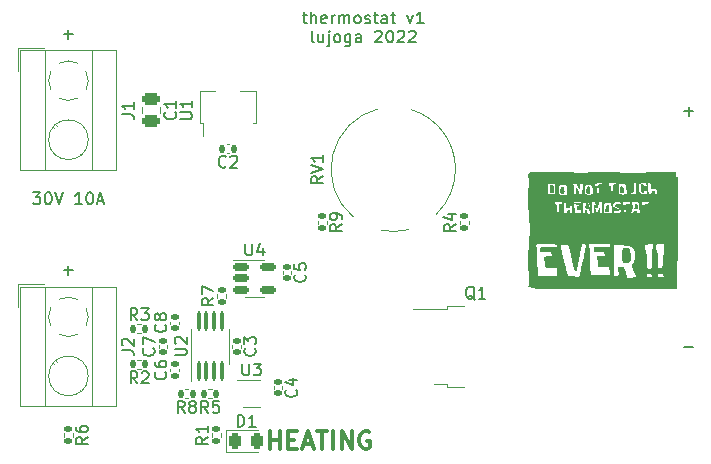
<source format=gto>
G04 #@! TF.GenerationSoftware,KiCad,Pcbnew,6.0.0*
G04 #@! TF.CreationDate,2022-01-10T14:37:39+01:00*
G04 #@! TF.ProjectId,thermostat,74686572-6d6f-4737-9461-742e6b696361,rev?*
G04 #@! TF.SameCoordinates,Original*
G04 #@! TF.FileFunction,Legend,Top*
G04 #@! TF.FilePolarity,Positive*
%FSLAX46Y46*%
G04 Gerber Fmt 4.6, Leading zero omitted, Abs format (unit mm)*
G04 Created by KiCad (PCBNEW 6.0.0) date 2022-01-10 14:37:39*
%MOMM*%
%LPD*%
G01*
G04 APERTURE LIST*
G04 Aperture macros list*
%AMRoundRect*
0 Rectangle with rounded corners*
0 $1 Rounding radius*
0 $2 $3 $4 $5 $6 $7 $8 $9 X,Y pos of 4 corners*
0 Add a 4 corners polygon primitive as box body*
4,1,4,$2,$3,$4,$5,$6,$7,$8,$9,$2,$3,0*
0 Add four circle primitives for the rounded corners*
1,1,$1+$1,$2,$3*
1,1,$1+$1,$4,$5*
1,1,$1+$1,$6,$7*
1,1,$1+$1,$8,$9*
0 Add four rect primitives between the rounded corners*
20,1,$1+$1,$2,$3,$4,$5,0*
20,1,$1+$1,$4,$5,$6,$7,0*
20,1,$1+$1,$6,$7,$8,$9,0*
20,1,$1+$1,$8,$9,$2,$3,0*%
%AMFreePoly0*
4,1,9,3.862500,-0.866500,0.737500,-0.866500,0.737500,-0.450000,-0.737500,-0.450000,-0.737500,0.450000,0.737500,0.450000,0.737500,0.866500,3.862500,0.866500,3.862500,-0.866500,3.862500,-0.866500,$1*%
G04 Aperture macros list end*
%ADD10C,0.150000*%
%ADD11C,0.300000*%
%ADD12C,0.120000*%
%ADD13RoundRect,0.140000X0.140000X0.170000X-0.140000X0.170000X-0.140000X-0.170000X0.140000X-0.170000X0*%
%ADD14RoundRect,0.100000X0.100000X-0.712500X0.100000X0.712500X-0.100000X0.712500X-0.100000X-0.712500X0*%
%ADD15RoundRect,0.140000X0.170000X-0.140000X0.170000X0.140000X-0.170000X0.140000X-0.170000X-0.140000X0*%
%ADD16C,0.900000*%
%ADD17C,8.600000*%
%ADD18R,2.200000X1.200000*%
%ADD19R,6.400000X5.800000*%
%ADD20RoundRect,0.150000X-0.512500X-0.150000X0.512500X-0.150000X0.512500X0.150000X-0.512500X0.150000X0*%
%ADD21RoundRect,0.135000X0.185000X-0.135000X0.185000X0.135000X-0.185000X0.135000X-0.185000X-0.135000X0*%
%ADD22RoundRect,0.135000X0.135000X0.185000X-0.135000X0.185000X-0.135000X-0.185000X0.135000X-0.185000X0*%
%ADD23RoundRect,0.140000X-0.170000X0.140000X-0.170000X-0.140000X0.170000X-0.140000X0.170000X0.140000X0*%
%ADD24RoundRect,0.135000X-0.185000X0.135000X-0.185000X-0.135000X0.185000X-0.135000X0.185000X0.135000X0*%
%ADD25RoundRect,0.243750X-0.243750X-0.456250X0.243750X-0.456250X0.243750X0.456250X-0.243750X0.456250X0*%
%ADD26C,2.500000*%
%ADD27R,2.500000X2.500000*%
%ADD28R,0.650000X0.400000*%
%ADD29RoundRect,0.250000X-0.475000X0.250000X-0.475000X-0.250000X0.475000X-0.250000X0.475000X0.250000X0*%
%ADD30R,0.900000X1.300000*%
%ADD31FreePoly0,90.000000*%
%ADD32C,2.340000*%
%ADD33RoundRect,0.135000X-0.135000X-0.185000X0.135000X-0.185000X0.135000X0.185000X-0.135000X0.185000X0*%
G04 APERTURE END LIST*
D10*
X154833333Y-76980714D02*
X155214285Y-76980714D01*
X154976190Y-76647380D02*
X154976190Y-77504523D01*
X155023809Y-77599761D01*
X155119047Y-77647380D01*
X155214285Y-77647380D01*
X155547619Y-77647380D02*
X155547619Y-76647380D01*
X155976190Y-77647380D02*
X155976190Y-77123571D01*
X155928571Y-77028333D01*
X155833333Y-76980714D01*
X155690476Y-76980714D01*
X155595238Y-77028333D01*
X155547619Y-77075952D01*
X156833333Y-77599761D02*
X156738095Y-77647380D01*
X156547619Y-77647380D01*
X156452380Y-77599761D01*
X156404761Y-77504523D01*
X156404761Y-77123571D01*
X156452380Y-77028333D01*
X156547619Y-76980714D01*
X156738095Y-76980714D01*
X156833333Y-77028333D01*
X156880952Y-77123571D01*
X156880952Y-77218809D01*
X156404761Y-77314047D01*
X157309523Y-77647380D02*
X157309523Y-76980714D01*
X157309523Y-77171190D02*
X157357142Y-77075952D01*
X157404761Y-77028333D01*
X157500000Y-76980714D01*
X157595238Y-76980714D01*
X157928571Y-77647380D02*
X157928571Y-76980714D01*
X157928571Y-77075952D02*
X157976190Y-77028333D01*
X158071428Y-76980714D01*
X158214285Y-76980714D01*
X158309523Y-77028333D01*
X158357142Y-77123571D01*
X158357142Y-77647380D01*
X158357142Y-77123571D02*
X158404761Y-77028333D01*
X158500000Y-76980714D01*
X158642857Y-76980714D01*
X158738095Y-77028333D01*
X158785714Y-77123571D01*
X158785714Y-77647380D01*
X159404761Y-77647380D02*
X159309523Y-77599761D01*
X159261904Y-77552142D01*
X159214285Y-77456904D01*
X159214285Y-77171190D01*
X159261904Y-77075952D01*
X159309523Y-77028333D01*
X159404761Y-76980714D01*
X159547619Y-76980714D01*
X159642857Y-77028333D01*
X159690476Y-77075952D01*
X159738095Y-77171190D01*
X159738095Y-77456904D01*
X159690476Y-77552142D01*
X159642857Y-77599761D01*
X159547619Y-77647380D01*
X159404761Y-77647380D01*
X160119047Y-77599761D02*
X160214285Y-77647380D01*
X160404761Y-77647380D01*
X160500000Y-77599761D01*
X160547619Y-77504523D01*
X160547619Y-77456904D01*
X160500000Y-77361666D01*
X160404761Y-77314047D01*
X160261904Y-77314047D01*
X160166666Y-77266428D01*
X160119047Y-77171190D01*
X160119047Y-77123571D01*
X160166666Y-77028333D01*
X160261904Y-76980714D01*
X160404761Y-76980714D01*
X160500000Y-77028333D01*
X160833333Y-76980714D02*
X161214285Y-76980714D01*
X160976190Y-76647380D02*
X160976190Y-77504523D01*
X161023809Y-77599761D01*
X161119047Y-77647380D01*
X161214285Y-77647380D01*
X161976190Y-77647380D02*
X161976190Y-77123571D01*
X161928571Y-77028333D01*
X161833333Y-76980714D01*
X161642857Y-76980714D01*
X161547619Y-77028333D01*
X161976190Y-77599761D02*
X161880952Y-77647380D01*
X161642857Y-77647380D01*
X161547619Y-77599761D01*
X161500000Y-77504523D01*
X161500000Y-77409285D01*
X161547619Y-77314047D01*
X161642857Y-77266428D01*
X161880952Y-77266428D01*
X161976190Y-77218809D01*
X162309523Y-76980714D02*
X162690476Y-76980714D01*
X162452380Y-76647380D02*
X162452380Y-77504523D01*
X162500000Y-77599761D01*
X162595238Y-77647380D01*
X162690476Y-77647380D01*
X163690476Y-76980714D02*
X163928571Y-77647380D01*
X164166666Y-76980714D01*
X165071428Y-77647380D02*
X164499999Y-77647380D01*
X164785714Y-77647380D02*
X164785714Y-76647380D01*
X164690476Y-76790238D01*
X164595238Y-76885476D01*
X164499999Y-76933095D01*
X155785714Y-79257380D02*
X155690476Y-79209761D01*
X155642857Y-79114523D01*
X155642857Y-78257380D01*
X156595238Y-78590714D02*
X156595238Y-79257380D01*
X156166666Y-78590714D02*
X156166666Y-79114523D01*
X156214285Y-79209761D01*
X156309523Y-79257380D01*
X156452380Y-79257380D01*
X156547619Y-79209761D01*
X156595238Y-79162142D01*
X157071428Y-78590714D02*
X157071428Y-79447857D01*
X157023809Y-79543095D01*
X156928571Y-79590714D01*
X156880952Y-79590714D01*
X157071428Y-78257380D02*
X157023809Y-78305000D01*
X157071428Y-78352619D01*
X157119047Y-78305000D01*
X157071428Y-78257380D01*
X157071428Y-78352619D01*
X157690476Y-79257380D02*
X157595238Y-79209761D01*
X157547619Y-79162142D01*
X157500000Y-79066904D01*
X157500000Y-78781190D01*
X157547619Y-78685952D01*
X157595238Y-78638333D01*
X157690476Y-78590714D01*
X157833333Y-78590714D01*
X157928571Y-78638333D01*
X157976190Y-78685952D01*
X158023809Y-78781190D01*
X158023809Y-79066904D01*
X157976190Y-79162142D01*
X157928571Y-79209761D01*
X157833333Y-79257380D01*
X157690476Y-79257380D01*
X158880952Y-78590714D02*
X158880952Y-79400238D01*
X158833333Y-79495476D01*
X158785714Y-79543095D01*
X158690476Y-79590714D01*
X158547619Y-79590714D01*
X158452380Y-79543095D01*
X158880952Y-79209761D02*
X158785714Y-79257380D01*
X158595238Y-79257380D01*
X158500000Y-79209761D01*
X158452380Y-79162142D01*
X158404761Y-79066904D01*
X158404761Y-78781190D01*
X158452380Y-78685952D01*
X158500000Y-78638333D01*
X158595238Y-78590714D01*
X158785714Y-78590714D01*
X158880952Y-78638333D01*
X159785714Y-79257380D02*
X159785714Y-78733571D01*
X159738095Y-78638333D01*
X159642857Y-78590714D01*
X159452380Y-78590714D01*
X159357142Y-78638333D01*
X159785714Y-79209761D02*
X159690476Y-79257380D01*
X159452380Y-79257380D01*
X159357142Y-79209761D01*
X159309523Y-79114523D01*
X159309523Y-79019285D01*
X159357142Y-78924047D01*
X159452380Y-78876428D01*
X159690476Y-78876428D01*
X159785714Y-78828809D01*
X160976190Y-78352619D02*
X161023809Y-78305000D01*
X161119047Y-78257380D01*
X161357142Y-78257380D01*
X161452380Y-78305000D01*
X161500000Y-78352619D01*
X161547619Y-78447857D01*
X161547619Y-78543095D01*
X161500000Y-78685952D01*
X160928571Y-79257380D01*
X161547619Y-79257380D01*
X162166666Y-78257380D02*
X162261904Y-78257380D01*
X162357142Y-78305000D01*
X162404761Y-78352619D01*
X162452380Y-78447857D01*
X162500000Y-78638333D01*
X162500000Y-78876428D01*
X162452380Y-79066904D01*
X162404761Y-79162142D01*
X162357142Y-79209761D01*
X162261904Y-79257380D01*
X162166666Y-79257380D01*
X162071428Y-79209761D01*
X162023809Y-79162142D01*
X161976190Y-79066904D01*
X161928571Y-78876428D01*
X161928571Y-78638333D01*
X161976190Y-78447857D01*
X162023809Y-78352619D01*
X162071428Y-78305000D01*
X162166666Y-78257380D01*
X162880952Y-78352619D02*
X162928571Y-78305000D01*
X163023809Y-78257380D01*
X163261904Y-78257380D01*
X163357142Y-78305000D01*
X163404761Y-78352619D01*
X163452380Y-78447857D01*
X163452380Y-78543095D01*
X163404761Y-78685952D01*
X162833333Y-79257380D01*
X163452380Y-79257380D01*
X163833333Y-78352619D02*
X163880952Y-78305000D01*
X163976190Y-78257380D01*
X164214285Y-78257380D01*
X164309523Y-78305000D01*
X164357142Y-78352619D01*
X164404761Y-78447857D01*
X164404761Y-78543095D01*
X164357142Y-78685952D01*
X163785714Y-79257380D01*
X164404761Y-79257380D01*
X134619047Y-98571428D02*
X135380952Y-98571428D01*
X135000000Y-98952380D02*
X135000000Y-98190476D01*
X134619047Y-78571428D02*
X135380952Y-78571428D01*
X135000000Y-78952380D02*
X135000000Y-78190476D01*
X187119047Y-105071428D02*
X187880952Y-105071428D01*
X187119047Y-85071428D02*
X187880952Y-85071428D01*
X187500000Y-85452380D02*
X187500000Y-84690476D01*
X132000000Y-91952380D02*
X132619047Y-91952380D01*
X132285714Y-92333333D01*
X132428571Y-92333333D01*
X132523809Y-92380952D01*
X132571428Y-92428571D01*
X132619047Y-92523809D01*
X132619047Y-92761904D01*
X132571428Y-92857142D01*
X132523809Y-92904761D01*
X132428571Y-92952380D01*
X132142857Y-92952380D01*
X132047619Y-92904761D01*
X132000000Y-92857142D01*
X133238095Y-91952380D02*
X133333333Y-91952380D01*
X133428571Y-92000000D01*
X133476190Y-92047619D01*
X133523809Y-92142857D01*
X133571428Y-92333333D01*
X133571428Y-92571428D01*
X133523809Y-92761904D01*
X133476190Y-92857142D01*
X133428571Y-92904761D01*
X133333333Y-92952380D01*
X133238095Y-92952380D01*
X133142857Y-92904761D01*
X133095238Y-92857142D01*
X133047619Y-92761904D01*
X133000000Y-92571428D01*
X133000000Y-92333333D01*
X133047619Y-92142857D01*
X133095238Y-92047619D01*
X133142857Y-92000000D01*
X133238095Y-91952380D01*
X133857142Y-91952380D02*
X134190476Y-92952380D01*
X134523809Y-91952380D01*
X136142857Y-92952380D02*
X135571428Y-92952380D01*
X135857142Y-92952380D02*
X135857142Y-91952380D01*
X135761904Y-92095238D01*
X135666666Y-92190476D01*
X135571428Y-92238095D01*
X136761904Y-91952380D02*
X136857142Y-91952380D01*
X136952380Y-92000000D01*
X137000000Y-92047619D01*
X137047619Y-92142857D01*
X137095238Y-92333333D01*
X137095238Y-92571428D01*
X137047619Y-92761904D01*
X137000000Y-92857142D01*
X136952380Y-92904761D01*
X136857142Y-92952380D01*
X136761904Y-92952380D01*
X136666666Y-92904761D01*
X136619047Y-92857142D01*
X136571428Y-92761904D01*
X136523809Y-92571428D01*
X136523809Y-92333333D01*
X136571428Y-92142857D01*
X136619047Y-92047619D01*
X136666666Y-92000000D01*
X136761904Y-91952380D01*
X137476190Y-92666666D02*
X137952380Y-92666666D01*
X137380952Y-92952380D02*
X137714285Y-91952380D01*
X138047619Y-92952380D01*
D11*
X152052142Y-113678571D02*
X152052142Y-112178571D01*
X152052142Y-112892857D02*
X152909285Y-112892857D01*
X152909285Y-113678571D02*
X152909285Y-112178571D01*
X153623571Y-112892857D02*
X154123571Y-112892857D01*
X154337857Y-113678571D02*
X153623571Y-113678571D01*
X153623571Y-112178571D01*
X154337857Y-112178571D01*
X154909285Y-113250000D02*
X155623571Y-113250000D01*
X154766428Y-113678571D02*
X155266428Y-112178571D01*
X155766428Y-113678571D01*
X156052142Y-112178571D02*
X156909285Y-112178571D01*
X156480714Y-113678571D02*
X156480714Y-112178571D01*
X157409285Y-113678571D02*
X157409285Y-112178571D01*
X158123571Y-113678571D02*
X158123571Y-112178571D01*
X158980714Y-113678571D01*
X158980714Y-112178571D01*
X160480714Y-112250000D02*
X160337857Y-112178571D01*
X160123571Y-112178571D01*
X159909285Y-112250000D01*
X159766428Y-112392857D01*
X159695000Y-112535714D01*
X159623571Y-112821428D01*
X159623571Y-113035714D01*
X159695000Y-113321428D01*
X159766428Y-113464285D01*
X159909285Y-113607142D01*
X160123571Y-113678571D01*
X160266428Y-113678571D01*
X160480714Y-113607142D01*
X160552142Y-113535714D01*
X160552142Y-113035714D01*
X160266428Y-113035714D01*
X178657428Y-94238000D02*
X178512285Y-94165428D01*
X178294571Y-94165428D01*
X178076857Y-94238000D01*
X177931714Y-94383142D01*
X177859142Y-94528285D01*
X177786571Y-94818571D01*
X177786571Y-95036285D01*
X177859142Y-95326571D01*
X177931714Y-95471714D01*
X178076857Y-95616857D01*
X178294571Y-95689428D01*
X178439714Y-95689428D01*
X178657428Y-95616857D01*
X178730000Y-95544285D01*
X178730000Y-95036285D01*
X178439714Y-95036285D01*
X179600857Y-94165428D02*
X179600857Y-94528285D01*
X179238000Y-94383142D02*
X179600857Y-94528285D01*
X179963714Y-94383142D01*
X179383142Y-94818571D02*
X179600857Y-94528285D01*
X179818571Y-94818571D01*
X180762000Y-94165428D02*
X180762000Y-94528285D01*
X180399142Y-94383142D02*
X180762000Y-94528285D01*
X181124857Y-94383142D01*
X180544285Y-94818571D02*
X180762000Y-94528285D01*
X180979714Y-94818571D01*
X181923142Y-94165428D02*
X181923142Y-94528285D01*
X181560285Y-94383142D02*
X181923142Y-94528285D01*
X182286000Y-94383142D01*
X181705428Y-94818571D02*
X181923142Y-94528285D01*
X182140857Y-94818571D01*
D10*
X148333333Y-89767142D02*
X148285714Y-89814761D01*
X148142857Y-89862380D01*
X148047619Y-89862380D01*
X147904761Y-89814761D01*
X147809523Y-89719523D01*
X147761904Y-89624285D01*
X147714285Y-89433809D01*
X147714285Y-89290952D01*
X147761904Y-89100476D01*
X147809523Y-89005238D01*
X147904761Y-88910000D01*
X148047619Y-88862380D01*
X148142857Y-88862380D01*
X148285714Y-88910000D01*
X148333333Y-88957619D01*
X148714285Y-88957619D02*
X148761904Y-88910000D01*
X148857142Y-88862380D01*
X149095238Y-88862380D01*
X149190476Y-88910000D01*
X149238095Y-88957619D01*
X149285714Y-89052857D01*
X149285714Y-89148095D01*
X149238095Y-89290952D01*
X148666666Y-89862380D01*
X149285714Y-89862380D01*
X144002380Y-105761904D02*
X144811904Y-105761904D01*
X144907142Y-105714285D01*
X144954761Y-105666666D01*
X145002380Y-105571428D01*
X145002380Y-105380952D01*
X144954761Y-105285714D01*
X144907142Y-105238095D01*
X144811904Y-105190476D01*
X144002380Y-105190476D01*
X144097619Y-104761904D02*
X144050000Y-104714285D01*
X144002380Y-104619047D01*
X144002380Y-104380952D01*
X144050000Y-104285714D01*
X144097619Y-104238095D01*
X144192857Y-104190476D01*
X144288095Y-104190476D01*
X144430952Y-104238095D01*
X145002380Y-104809523D01*
X145002380Y-104190476D01*
X143197142Y-103166666D02*
X143244761Y-103214285D01*
X143292380Y-103357142D01*
X143292380Y-103452380D01*
X143244761Y-103595238D01*
X143149523Y-103690476D01*
X143054285Y-103738095D01*
X142863809Y-103785714D01*
X142720952Y-103785714D01*
X142530476Y-103738095D01*
X142435238Y-103690476D01*
X142340000Y-103595238D01*
X142292380Y-103452380D01*
X142292380Y-103357142D01*
X142340000Y-103214285D01*
X142387619Y-103166666D01*
X142720952Y-102595238D02*
X142673333Y-102690476D01*
X142625714Y-102738095D01*
X142530476Y-102785714D01*
X142482857Y-102785714D01*
X142387619Y-102738095D01*
X142340000Y-102690476D01*
X142292380Y-102595238D01*
X142292380Y-102404761D01*
X142340000Y-102309523D01*
X142387619Y-102261904D01*
X142482857Y-102214285D01*
X142530476Y-102214285D01*
X142625714Y-102261904D01*
X142673333Y-102309523D01*
X142720952Y-102404761D01*
X142720952Y-102595238D01*
X142768571Y-102690476D01*
X142816190Y-102738095D01*
X142911428Y-102785714D01*
X143101904Y-102785714D01*
X143197142Y-102738095D01*
X143244761Y-102690476D01*
X143292380Y-102595238D01*
X143292380Y-102404761D01*
X143244761Y-102309523D01*
X143197142Y-102261904D01*
X143101904Y-102214285D01*
X142911428Y-102214285D01*
X142816190Y-102261904D01*
X142768571Y-102309523D01*
X142720952Y-102404761D01*
X169404761Y-101047619D02*
X169309523Y-101000000D01*
X169214285Y-100904761D01*
X169071428Y-100761904D01*
X168976190Y-100714285D01*
X168880952Y-100714285D01*
X168928571Y-100952380D02*
X168833333Y-100904761D01*
X168738095Y-100809523D01*
X168690476Y-100619047D01*
X168690476Y-100285714D01*
X168738095Y-100095238D01*
X168833333Y-100000000D01*
X168928571Y-99952380D01*
X169119047Y-99952380D01*
X169214285Y-100000000D01*
X169309523Y-100095238D01*
X169357142Y-100285714D01*
X169357142Y-100619047D01*
X169309523Y-100809523D01*
X169214285Y-100904761D01*
X169119047Y-100952380D01*
X168928571Y-100952380D01*
X170309523Y-100952380D02*
X169738095Y-100952380D01*
X170023809Y-100952380D02*
X170023809Y-99952380D01*
X169928571Y-100095238D01*
X169833333Y-100190476D01*
X169738095Y-100238095D01*
X149988095Y-96302380D02*
X149988095Y-97111904D01*
X150035714Y-97207142D01*
X150083333Y-97254761D01*
X150178571Y-97302380D01*
X150369047Y-97302380D01*
X150464285Y-97254761D01*
X150511904Y-97207142D01*
X150559523Y-97111904D01*
X150559523Y-96302380D01*
X151464285Y-96635714D02*
X151464285Y-97302380D01*
X151226190Y-96254761D02*
X150988095Y-96969047D01*
X151607142Y-96969047D01*
X167782380Y-94666666D02*
X167306190Y-95000000D01*
X167782380Y-95238095D02*
X166782380Y-95238095D01*
X166782380Y-94857142D01*
X166830000Y-94761904D01*
X166877619Y-94714285D01*
X166972857Y-94666666D01*
X167115714Y-94666666D01*
X167210952Y-94714285D01*
X167258571Y-94761904D01*
X167306190Y-94857142D01*
X167306190Y-95238095D01*
X167115714Y-93809523D02*
X167782380Y-93809523D01*
X166734761Y-94047619D02*
X167449047Y-94285714D01*
X167449047Y-93666666D01*
X140833333Y-102782380D02*
X140500000Y-102306190D01*
X140261904Y-102782380D02*
X140261904Y-101782380D01*
X140642857Y-101782380D01*
X140738095Y-101830000D01*
X140785714Y-101877619D01*
X140833333Y-101972857D01*
X140833333Y-102115714D01*
X140785714Y-102210952D01*
X140738095Y-102258571D01*
X140642857Y-102306190D01*
X140261904Y-102306190D01*
X141166666Y-101782380D02*
X141785714Y-101782380D01*
X141452380Y-102163333D01*
X141595238Y-102163333D01*
X141690476Y-102210952D01*
X141738095Y-102258571D01*
X141785714Y-102353809D01*
X141785714Y-102591904D01*
X141738095Y-102687142D01*
X141690476Y-102734761D01*
X141595238Y-102782380D01*
X141309523Y-102782380D01*
X141214285Y-102734761D01*
X141166666Y-102687142D01*
X154267142Y-108666666D02*
X154314761Y-108714285D01*
X154362380Y-108857142D01*
X154362380Y-108952380D01*
X154314761Y-109095238D01*
X154219523Y-109190476D01*
X154124285Y-109238095D01*
X153933809Y-109285714D01*
X153790952Y-109285714D01*
X153600476Y-109238095D01*
X153505238Y-109190476D01*
X153410000Y-109095238D01*
X153362380Y-108952380D01*
X153362380Y-108857142D01*
X153410000Y-108714285D01*
X153457619Y-108666666D01*
X153695714Y-107809523D02*
X154362380Y-107809523D01*
X153314761Y-108047619D02*
X154029047Y-108285714D01*
X154029047Y-107666666D01*
X143197142Y-107166666D02*
X143244761Y-107214285D01*
X143292380Y-107357142D01*
X143292380Y-107452380D01*
X143244761Y-107595238D01*
X143149523Y-107690476D01*
X143054285Y-107738095D01*
X142863809Y-107785714D01*
X142720952Y-107785714D01*
X142530476Y-107738095D01*
X142435238Y-107690476D01*
X142340000Y-107595238D01*
X142292380Y-107452380D01*
X142292380Y-107357142D01*
X142340000Y-107214285D01*
X142387619Y-107166666D01*
X142292380Y-106309523D02*
X142292380Y-106500000D01*
X142340000Y-106595238D01*
X142387619Y-106642857D01*
X142530476Y-106738095D01*
X142720952Y-106785714D01*
X143101904Y-106785714D01*
X143197142Y-106738095D01*
X143244761Y-106690476D01*
X143292380Y-106595238D01*
X143292380Y-106404761D01*
X143244761Y-106309523D01*
X143197142Y-106261904D01*
X143101904Y-106214285D01*
X142863809Y-106214285D01*
X142768571Y-106261904D01*
X142720952Y-106309523D01*
X142673333Y-106404761D01*
X142673333Y-106595238D01*
X142720952Y-106690476D01*
X142768571Y-106738095D01*
X142863809Y-106785714D01*
X144833333Y-110622380D02*
X144500000Y-110146190D01*
X144261904Y-110622380D02*
X144261904Y-109622380D01*
X144642857Y-109622380D01*
X144738095Y-109670000D01*
X144785714Y-109717619D01*
X144833333Y-109812857D01*
X144833333Y-109955714D01*
X144785714Y-110050952D01*
X144738095Y-110098571D01*
X144642857Y-110146190D01*
X144261904Y-110146190D01*
X145404761Y-110050952D02*
X145309523Y-110003333D01*
X145261904Y-109955714D01*
X145214285Y-109860476D01*
X145214285Y-109812857D01*
X145261904Y-109717619D01*
X145309523Y-109670000D01*
X145404761Y-109622380D01*
X145595238Y-109622380D01*
X145690476Y-109670000D01*
X145738095Y-109717619D01*
X145785714Y-109812857D01*
X145785714Y-109860476D01*
X145738095Y-109955714D01*
X145690476Y-110003333D01*
X145595238Y-110050952D01*
X145404761Y-110050952D01*
X145309523Y-110098571D01*
X145261904Y-110146190D01*
X145214285Y-110241428D01*
X145214285Y-110431904D01*
X145261904Y-110527142D01*
X145309523Y-110574761D01*
X145404761Y-110622380D01*
X145595238Y-110622380D01*
X145690476Y-110574761D01*
X145738095Y-110527142D01*
X145785714Y-110431904D01*
X145785714Y-110241428D01*
X145738095Y-110146190D01*
X145690476Y-110098571D01*
X145595238Y-110050952D01*
X150767142Y-105166666D02*
X150814761Y-105214285D01*
X150862380Y-105357142D01*
X150862380Y-105452380D01*
X150814761Y-105595238D01*
X150719523Y-105690476D01*
X150624285Y-105738095D01*
X150433809Y-105785714D01*
X150290952Y-105785714D01*
X150100476Y-105738095D01*
X150005238Y-105690476D01*
X149910000Y-105595238D01*
X149862380Y-105452380D01*
X149862380Y-105357142D01*
X149910000Y-105214285D01*
X149957619Y-105166666D01*
X149862380Y-104833333D02*
X149862380Y-104214285D01*
X150243333Y-104547619D01*
X150243333Y-104404761D01*
X150290952Y-104309523D01*
X150338571Y-104261904D01*
X150433809Y-104214285D01*
X150671904Y-104214285D01*
X150767142Y-104261904D01*
X150814761Y-104309523D01*
X150862380Y-104404761D01*
X150862380Y-104690476D01*
X150814761Y-104785714D01*
X150767142Y-104833333D01*
X147282380Y-100916666D02*
X146806190Y-101250000D01*
X147282380Y-101488095D02*
X146282380Y-101488095D01*
X146282380Y-101107142D01*
X146330000Y-101011904D01*
X146377619Y-100964285D01*
X146472857Y-100916666D01*
X146615714Y-100916666D01*
X146710952Y-100964285D01*
X146758571Y-101011904D01*
X146806190Y-101107142D01*
X146806190Y-101488095D01*
X146282380Y-100583333D02*
X146282380Y-99916666D01*
X147282380Y-100345238D01*
X136622380Y-112666666D02*
X136146190Y-113000000D01*
X136622380Y-113238095D02*
X135622380Y-113238095D01*
X135622380Y-112857142D01*
X135670000Y-112761904D01*
X135717619Y-112714285D01*
X135812857Y-112666666D01*
X135955714Y-112666666D01*
X136050952Y-112714285D01*
X136098571Y-112761904D01*
X136146190Y-112857142D01*
X136146190Y-113238095D01*
X135622380Y-111809523D02*
X135622380Y-112000000D01*
X135670000Y-112095238D01*
X135717619Y-112142857D01*
X135860476Y-112238095D01*
X136050952Y-112285714D01*
X136431904Y-112285714D01*
X136527142Y-112238095D01*
X136574761Y-112190476D01*
X136622380Y-112095238D01*
X136622380Y-111904761D01*
X136574761Y-111809523D01*
X136527142Y-111761904D01*
X136431904Y-111714285D01*
X136193809Y-111714285D01*
X136098571Y-111761904D01*
X136050952Y-111809523D01*
X136003333Y-111904761D01*
X136003333Y-112095238D01*
X136050952Y-112190476D01*
X136098571Y-112238095D01*
X136193809Y-112285714D01*
X149324404Y-111802380D02*
X149324404Y-110802380D01*
X149562500Y-110802380D01*
X149705357Y-110850000D01*
X149800595Y-110945238D01*
X149848214Y-111040476D01*
X149895833Y-111230952D01*
X149895833Y-111373809D01*
X149848214Y-111564285D01*
X149800595Y-111659523D01*
X149705357Y-111754761D01*
X149562500Y-111802380D01*
X149324404Y-111802380D01*
X150848214Y-111802380D02*
X150276785Y-111802380D01*
X150562500Y-111802380D02*
X150562500Y-110802380D01*
X150467261Y-110945238D01*
X150372023Y-111040476D01*
X150276785Y-111088095D01*
X158122380Y-94666666D02*
X157646190Y-95000000D01*
X158122380Y-95238095D02*
X157122380Y-95238095D01*
X157122380Y-94857142D01*
X157170000Y-94761904D01*
X157217619Y-94714285D01*
X157312857Y-94666666D01*
X157455714Y-94666666D01*
X157550952Y-94714285D01*
X157598571Y-94761904D01*
X157646190Y-94857142D01*
X157646190Y-95238095D01*
X158122380Y-94190476D02*
X158122380Y-94000000D01*
X158074761Y-93904761D01*
X158027142Y-93857142D01*
X157884285Y-93761904D01*
X157693809Y-93714285D01*
X157312857Y-93714285D01*
X157217619Y-93761904D01*
X157170000Y-93809523D01*
X157122380Y-93904761D01*
X157122380Y-94095238D01*
X157170000Y-94190476D01*
X157217619Y-94238095D01*
X157312857Y-94285714D01*
X157550952Y-94285714D01*
X157646190Y-94238095D01*
X157693809Y-94190476D01*
X157741428Y-94095238D01*
X157741428Y-93904761D01*
X157693809Y-93809523D01*
X157646190Y-93761904D01*
X157550952Y-93714285D01*
X142197142Y-105166666D02*
X142244761Y-105214285D01*
X142292380Y-105357142D01*
X142292380Y-105452380D01*
X142244761Y-105595238D01*
X142149523Y-105690476D01*
X142054285Y-105738095D01*
X141863809Y-105785714D01*
X141720952Y-105785714D01*
X141530476Y-105738095D01*
X141435238Y-105690476D01*
X141340000Y-105595238D01*
X141292380Y-105452380D01*
X141292380Y-105357142D01*
X141340000Y-105214285D01*
X141387619Y-105166666D01*
X141292380Y-104833333D02*
X141292380Y-104166666D01*
X142292380Y-104595238D01*
X139512380Y-105333333D02*
X140226666Y-105333333D01*
X140369523Y-105380952D01*
X140464761Y-105476190D01*
X140512380Y-105619047D01*
X140512380Y-105714285D01*
X139607619Y-104904761D02*
X139560000Y-104857142D01*
X139512380Y-104761904D01*
X139512380Y-104523809D01*
X139560000Y-104428571D01*
X139607619Y-104380952D01*
X139702857Y-104333333D01*
X139798095Y-104333333D01*
X139940952Y-104380952D01*
X140512380Y-104952380D01*
X140512380Y-104333333D01*
X149738095Y-106452380D02*
X149738095Y-107261904D01*
X149785714Y-107357142D01*
X149833333Y-107404761D01*
X149928571Y-107452380D01*
X150119047Y-107452380D01*
X150214285Y-107404761D01*
X150261904Y-107357142D01*
X150309523Y-107261904D01*
X150309523Y-106452380D01*
X150690476Y-106452380D02*
X151309523Y-106452380D01*
X150976190Y-106833333D01*
X151119047Y-106833333D01*
X151214285Y-106880952D01*
X151261904Y-106928571D01*
X151309523Y-107023809D01*
X151309523Y-107261904D01*
X151261904Y-107357142D01*
X151214285Y-107404761D01*
X151119047Y-107452380D01*
X150833333Y-107452380D01*
X150738095Y-107404761D01*
X150690476Y-107357142D01*
X155017142Y-98916666D02*
X155064761Y-98964285D01*
X155112380Y-99107142D01*
X155112380Y-99202380D01*
X155064761Y-99345238D01*
X154969523Y-99440476D01*
X154874285Y-99488095D01*
X154683809Y-99535714D01*
X154540952Y-99535714D01*
X154350476Y-99488095D01*
X154255238Y-99440476D01*
X154160000Y-99345238D01*
X154112380Y-99202380D01*
X154112380Y-99107142D01*
X154160000Y-98964285D01*
X154207619Y-98916666D01*
X154112380Y-98011904D02*
X154112380Y-98488095D01*
X154588571Y-98535714D01*
X154540952Y-98488095D01*
X154493333Y-98392857D01*
X154493333Y-98154761D01*
X154540952Y-98059523D01*
X154588571Y-98011904D01*
X154683809Y-97964285D01*
X154921904Y-97964285D01*
X155017142Y-98011904D01*
X155064761Y-98059523D01*
X155112380Y-98154761D01*
X155112380Y-98392857D01*
X155064761Y-98488095D01*
X155017142Y-98535714D01*
X146833333Y-110622380D02*
X146500000Y-110146190D01*
X146261904Y-110622380D02*
X146261904Y-109622380D01*
X146642857Y-109622380D01*
X146738095Y-109670000D01*
X146785714Y-109717619D01*
X146833333Y-109812857D01*
X146833333Y-109955714D01*
X146785714Y-110050952D01*
X146738095Y-110098571D01*
X146642857Y-110146190D01*
X146261904Y-110146190D01*
X147738095Y-109622380D02*
X147261904Y-109622380D01*
X147214285Y-110098571D01*
X147261904Y-110050952D01*
X147357142Y-110003333D01*
X147595238Y-110003333D01*
X147690476Y-110050952D01*
X147738095Y-110098571D01*
X147785714Y-110193809D01*
X147785714Y-110431904D01*
X147738095Y-110527142D01*
X147690476Y-110574761D01*
X147595238Y-110622380D01*
X147357142Y-110622380D01*
X147261904Y-110574761D01*
X147214285Y-110527142D01*
X146782380Y-112666666D02*
X146306190Y-113000000D01*
X146782380Y-113238095D02*
X145782380Y-113238095D01*
X145782380Y-112857142D01*
X145830000Y-112761904D01*
X145877619Y-112714285D01*
X145972857Y-112666666D01*
X146115714Y-112666666D01*
X146210952Y-112714285D01*
X146258571Y-112761904D01*
X146306190Y-112857142D01*
X146306190Y-113238095D01*
X146782380Y-111714285D02*
X146782380Y-112285714D01*
X146782380Y-112000000D02*
X145782380Y-112000000D01*
X145925238Y-112095238D01*
X146020476Y-112190476D01*
X146068095Y-112285714D01*
X144037142Y-85166666D02*
X144084761Y-85214285D01*
X144132380Y-85357142D01*
X144132380Y-85452380D01*
X144084761Y-85595238D01*
X143989523Y-85690476D01*
X143894285Y-85738095D01*
X143703809Y-85785714D01*
X143560952Y-85785714D01*
X143370476Y-85738095D01*
X143275238Y-85690476D01*
X143180000Y-85595238D01*
X143132380Y-85452380D01*
X143132380Y-85357142D01*
X143180000Y-85214285D01*
X143227619Y-85166666D01*
X144132380Y-84214285D02*
X144132380Y-84785714D01*
X144132380Y-84500000D02*
X143132380Y-84500000D01*
X143275238Y-84595238D01*
X143370476Y-84690476D01*
X143418095Y-84785714D01*
X139512380Y-85333333D02*
X140226666Y-85333333D01*
X140369523Y-85380952D01*
X140464761Y-85476190D01*
X140512380Y-85619047D01*
X140512380Y-85714285D01*
X140512380Y-84333333D02*
X140512380Y-84904761D01*
X140512380Y-84619047D02*
X139512380Y-84619047D01*
X139655238Y-84714285D01*
X139750476Y-84809523D01*
X139798095Y-84904761D01*
X144452380Y-85761904D02*
X145261904Y-85761904D01*
X145357142Y-85714285D01*
X145404761Y-85666666D01*
X145452380Y-85571428D01*
X145452380Y-85380952D01*
X145404761Y-85285714D01*
X145357142Y-85238095D01*
X145261904Y-85190476D01*
X144452380Y-85190476D01*
X145452380Y-84190476D02*
X145452380Y-84761904D01*
X145452380Y-84476190D02*
X144452380Y-84476190D01*
X144595238Y-84571428D01*
X144690476Y-84666666D01*
X144738095Y-84761904D01*
X156552380Y-90595238D02*
X156076190Y-90928571D01*
X156552380Y-91166666D02*
X155552380Y-91166666D01*
X155552380Y-90785714D01*
X155600000Y-90690476D01*
X155647619Y-90642857D01*
X155742857Y-90595238D01*
X155885714Y-90595238D01*
X155980952Y-90642857D01*
X156028571Y-90690476D01*
X156076190Y-90785714D01*
X156076190Y-91166666D01*
X155552380Y-90309523D02*
X156552380Y-89976190D01*
X155552380Y-89642857D01*
X156552380Y-88785714D02*
X156552380Y-89357142D01*
X156552380Y-89071428D02*
X155552380Y-89071428D01*
X155695238Y-89166666D01*
X155790476Y-89261904D01*
X155838095Y-89357142D01*
X140833333Y-108122380D02*
X140500000Y-107646190D01*
X140261904Y-108122380D02*
X140261904Y-107122380D01*
X140642857Y-107122380D01*
X140738095Y-107170000D01*
X140785714Y-107217619D01*
X140833333Y-107312857D01*
X140833333Y-107455714D01*
X140785714Y-107550952D01*
X140738095Y-107598571D01*
X140642857Y-107646190D01*
X140261904Y-107646190D01*
X141214285Y-107217619D02*
X141261904Y-107170000D01*
X141357142Y-107122380D01*
X141595238Y-107122380D01*
X141690476Y-107170000D01*
X141738095Y-107217619D01*
X141785714Y-107312857D01*
X141785714Y-107408095D01*
X141738095Y-107550952D01*
X141166666Y-108122380D01*
X141785714Y-108122380D01*
G36*
X174005884Y-96256950D02*
G01*
X174018960Y-96038264D01*
X174030702Y-95808297D01*
X174040765Y-95575395D01*
X174048804Y-95347908D01*
X174054475Y-95134183D01*
X174057434Y-94942568D01*
X174057334Y-94781410D01*
X174053831Y-94659059D01*
X174046581Y-94583861D01*
X174041529Y-94566706D01*
X174028267Y-94513129D01*
X174017317Y-94411315D01*
X174009565Y-94272777D01*
X174005897Y-94109025D01*
X174005857Y-94103530D01*
X174002175Y-93931081D01*
X173994158Y-93758483D01*
X173982980Y-93605603D01*
X173969818Y-93492304D01*
X173969601Y-93490942D01*
X173952614Y-93363503D01*
X173936226Y-93204028D01*
X173923160Y-93040204D01*
X173919652Y-92982942D01*
X173910050Y-92807464D01*
X173908588Y-92780581D01*
X176204942Y-92780581D01*
X176219600Y-92894165D01*
X176259288Y-92975907D01*
X176308788Y-93009968D01*
X176362581Y-93052536D01*
X176391821Y-93141597D01*
X176395312Y-93268632D01*
X176371859Y-93425123D01*
X176368874Y-93438267D01*
X176349335Y-93532833D01*
X176339534Y-93602212D01*
X176340465Y-93627116D01*
X176374562Y-93635794D01*
X176441960Y-93632059D01*
X176446950Y-93631354D01*
X176542177Y-93617377D01*
X176538224Y-93542442D01*
X176932292Y-93542442D01*
X176938243Y-93624933D01*
X176956494Y-93674196D01*
X176990823Y-93699076D01*
X177045010Y-93708415D01*
X177122833Y-93711057D01*
X177142675Y-93711593D01*
X177258644Y-93715059D01*
X177241392Y-93608748D01*
X177233425Y-93503841D01*
X177255720Y-93443719D01*
X177314019Y-93418663D01*
X177355124Y-93416236D01*
X177428676Y-93430385D01*
X177470860Y-93479286D01*
X177488124Y-93572620D01*
X177489475Y-93617942D01*
X177503361Y-93668750D01*
X177554989Y-93684890D01*
X177568902Y-93685177D01*
X177647921Y-93685177D01*
X177625348Y-93453589D01*
X177610975Y-93306416D01*
X177595657Y-93149987D01*
X177583681Y-93028048D01*
X177569164Y-92917272D01*
X177564529Y-92901943D01*
X177819046Y-92901943D01*
X177822094Y-92963898D01*
X177830594Y-93068675D01*
X177842876Y-93199755D01*
X177857270Y-93340621D01*
X177872107Y-93474755D01*
X177885718Y-93585640D01*
X177893837Y-93641901D01*
X177908722Y-93733096D01*
X178080302Y-93711658D01*
X178191081Y-93699166D01*
X178290041Y-93690263D01*
X178334059Y-93687698D01*
X178389508Y-93679027D01*
X178412192Y-93645469D01*
X178416236Y-93580589D01*
X178416236Y-93566924D01*
X178567182Y-93566924D01*
X178568982Y-93643960D01*
X178575976Y-93688284D01*
X178589064Y-93708898D01*
X178609145Y-93714801D01*
X178619133Y-93715059D01*
X178679787Y-93690088D01*
X178710602Y-93614456D01*
X178715059Y-93550276D01*
X178739330Y-93487199D01*
X178796279Y-93454756D01*
X178862114Y-93464017D01*
X178877720Y-93474596D01*
X178909669Y-93524765D01*
X178935832Y-93604588D01*
X178938764Y-93618779D01*
X178955815Y-93696896D01*
X178971241Y-93747626D01*
X178973536Y-93752185D01*
X179011027Y-93770214D01*
X179075786Y-93774991D01*
X179142846Y-93767967D01*
X179187240Y-93750589D01*
X179193177Y-93739435D01*
X179180917Y-93692978D01*
X179149906Y-93616266D01*
X179131617Y-93576880D01*
X179095658Y-93495124D01*
X179085649Y-93434205D01*
X179099881Y-93363867D01*
X179116676Y-93312401D01*
X179157816Y-93143408D01*
X179153583Y-93008497D01*
X179103718Y-92902549D01*
X179095322Y-92892311D01*
X179091954Y-92888945D01*
X179336730Y-92888945D01*
X179338685Y-92908236D01*
X179343759Y-92981612D01*
X179348729Y-93097002D01*
X179352923Y-93236658D01*
X179355073Y-93341530D01*
X179357756Y-93476452D01*
X179360905Y-93588821D01*
X179364092Y-93665464D01*
X179366447Y-93692460D01*
X179395367Y-93705162D01*
X179449365Y-93703246D01*
X179496149Y-93688841D01*
X179503010Y-93683457D01*
X179506062Y-93649754D01*
X179503518Y-93570965D01*
X179495985Y-93461447D01*
X179491453Y-93409466D01*
X179480519Y-93239448D01*
X179482396Y-93117999D01*
X179495393Y-93047041D01*
X179517822Y-93028499D01*
X179547991Y-93064298D01*
X179584212Y-93156361D01*
X179615509Y-93268192D01*
X179659472Y-93441999D01*
X179692521Y-93565465D01*
X179717203Y-93646478D01*
X179736061Y-93692926D01*
X179751640Y-93712698D01*
X179759654Y-93715059D01*
X179780515Y-93688676D01*
X179811372Y-93619046D01*
X179846017Y-93520449D01*
X179850589Y-93505883D01*
X179896023Y-93379213D01*
X179936100Y-93310721D01*
X179961525Y-93296706D01*
X179985181Y-93305089D01*
X179995993Y-93338266D01*
X179995436Y-93408286D01*
X179987111Y-93505883D01*
X179966499Y-93715059D01*
X180187513Y-93715059D01*
X180162120Y-93453589D01*
X180150782Y-93298672D01*
X180149622Y-93268271D01*
X180312175Y-93268271D01*
X180314462Y-93400053D01*
X180324765Y-93523062D01*
X180342210Y-93621158D01*
X180365921Y-93678199D01*
X180369825Y-93682102D01*
X180415169Y-93700987D01*
X180504773Y-93716601D01*
X180644012Y-93729640D01*
X180812160Y-93739555D01*
X180909163Y-93729421D01*
X180969042Y-93697984D01*
X180996600Y-93637093D01*
X181011184Y-93533570D01*
X181013970Y-93402821D01*
X181006138Y-93260254D01*
X180988864Y-93121276D01*
X180963328Y-93001296D01*
X180961276Y-92995913D01*
X181125569Y-92995913D01*
X181146639Y-93105672D01*
X181213554Y-93193424D01*
X181331870Y-93265200D01*
X181398593Y-93292164D01*
X181525631Y-93344001D01*
X181600496Y-93390604D01*
X181629618Y-93438451D01*
X181619431Y-93494021D01*
X181612639Y-93507767D01*
X181588923Y-93542093D01*
X181554156Y-93560041D01*
X181492912Y-93564854D01*
X181389766Y-93559777D01*
X181371506Y-93558491D01*
X181165412Y-93543745D01*
X181165412Y-93627765D01*
X181170254Y-93678967D01*
X181195234Y-93705877D01*
X181256037Y-93719155D01*
X181307353Y-93724239D01*
X181492800Y-93729877D01*
X181632029Y-93708942D01*
X181732476Y-93660590D01*
X181755545Y-93634336D01*
X182664791Y-93634336D01*
X182670318Y-93670369D01*
X182698159Y-93683572D01*
X182731312Y-93685177D01*
X182792377Y-93666522D01*
X182832012Y-93602041D01*
X182834346Y-93595530D01*
X182862071Y-93537116D01*
X182904733Y-93511576D01*
X182984383Y-93505884D01*
X182986112Y-93505883D01*
X183065526Y-93510896D01*
X183105437Y-93533731D01*
X183125793Y-93586084D01*
X183126268Y-93588059D01*
X183151358Y-93673090D01*
X183184890Y-93710861D01*
X183244629Y-93711644D01*
X183312147Y-93695525D01*
X183356101Y-93676562D01*
X183372480Y-93639180D01*
X183368779Y-93564251D01*
X183367598Y-93553992D01*
X183357860Y-93469468D01*
X183343937Y-93346327D01*
X183328171Y-93205361D01*
X183320687Y-93137923D01*
X183305181Y-93010128D01*
X183289806Y-92904377D01*
X183279296Y-92848393D01*
X183518750Y-92848393D01*
X183520622Y-92874422D01*
X183533527Y-92953255D01*
X183560538Y-92990421D01*
X183611271Y-93003656D01*
X183690471Y-93012824D01*
X183690471Y-93628017D01*
X183839883Y-93610471D01*
X183833519Y-93259353D01*
X183827154Y-92908236D01*
X183975460Y-92908236D01*
X184063845Y-92905632D01*
X184107790Y-92892939D01*
X184122554Y-92862836D01*
X184123765Y-92837083D01*
X184120672Y-92803817D01*
X184103952Y-92781744D01*
X184062443Y-92767215D01*
X183984985Y-92756581D01*
X183860415Y-92746193D01*
X183841362Y-92744759D01*
X183716357Y-92737105D01*
X183613994Y-92734045D01*
X183548776Y-92735851D01*
X183534065Y-92738971D01*
X183520954Y-92775685D01*
X183518750Y-92848393D01*
X183279296Y-92848393D01*
X183276783Y-92835009D01*
X183270944Y-92816688D01*
X183235223Y-92804248D01*
X183154307Y-92794650D01*
X183042748Y-92789326D01*
X182986472Y-92788706D01*
X182719295Y-92788706D01*
X182719295Y-92889809D01*
X182730161Y-92967408D01*
X182767578Y-93003081D01*
X182776653Y-93005912D01*
X182811121Y-93021936D01*
X182821034Y-93056648D01*
X182809948Y-93127609D01*
X182805447Y-93148040D01*
X182779199Y-93249741D01*
X182742661Y-93373560D01*
X182718207Y-93449348D01*
X182680959Y-93564365D01*
X182664791Y-93634336D01*
X181755545Y-93634336D01*
X181801284Y-93582282D01*
X181815912Y-93496925D01*
X181780063Y-93412351D01*
X181697441Y-93336393D01*
X181571748Y-93276884D01*
X181547506Y-93269300D01*
X181402046Y-93214710D01*
X181314539Y-93153499D01*
X181285471Y-93086356D01*
X181315325Y-93013974D01*
X181345850Y-92981906D01*
X181391057Y-92953816D01*
X181452276Y-92944409D01*
X181541354Y-92954260D01*
X181670140Y-92983945D01*
X181732467Y-93000687D01*
X181771746Y-92986161D01*
X181787600Y-92939792D01*
X181782305Y-92872300D01*
X181738439Y-92826586D01*
X181683831Y-92810073D01*
X181912879Y-92810073D01*
X181927938Y-92922891D01*
X181971643Y-92984406D01*
X182023265Y-92997883D01*
X182097205Y-92997883D01*
X182087015Y-93311681D01*
X182076824Y-93625479D01*
X182157894Y-93625446D01*
X182238964Y-93625412D01*
X182232600Y-93274295D01*
X182226236Y-92923177D01*
X182384983Y-92914080D01*
X182476898Y-92906410D01*
X182522755Y-92892528D01*
X182536255Y-92865584D01*
X182534395Y-92839374D01*
X182526564Y-92809717D01*
X182505814Y-92790180D01*
X182461071Y-92778165D01*
X182381259Y-92771068D01*
X182255303Y-92766290D01*
X182218765Y-92765249D01*
X182080352Y-92762312D01*
X181991096Y-92763788D01*
X181940458Y-92771222D01*
X181917899Y-92786157D01*
X181912879Y-92810073D01*
X181683831Y-92810073D01*
X181649932Y-92799822D01*
X181510714Y-92789182D01*
X181463156Y-92788706D01*
X181311236Y-92797269D01*
X181209537Y-92826014D01*
X181150588Y-92879528D01*
X181126915Y-92962398D01*
X181125569Y-92995913D01*
X180961276Y-92995913D01*
X180930707Y-92915720D01*
X180906991Y-92886367D01*
X180843331Y-92864420D01*
X180740407Y-92853801D01*
X180617737Y-92855022D01*
X180494834Y-92868600D01*
X180463177Y-92874657D01*
X180407014Y-92894218D01*
X180371478Y-92934019D01*
X180343674Y-93011013D01*
X180335157Y-93042945D01*
X180318782Y-93143855D01*
X180312175Y-93268271D01*
X180149622Y-93268271D01*
X180144454Y-93132851D01*
X180144338Y-92989281D01*
X180144786Y-92975471D01*
X180152844Y-92758824D01*
X180047805Y-92758824D01*
X179992319Y-92761227D01*
X179956359Y-92776776D01*
X179929734Y-92817975D01*
X179902253Y-92897333D01*
X179883447Y-92960530D01*
X179850140Y-93075884D01*
X179821214Y-93179728D01*
X179803910Y-93245714D01*
X179780680Y-93305423D01*
X179751637Y-93312071D01*
X179715457Y-93264126D01*
X179670818Y-93160055D01*
X179631629Y-93046217D01*
X179547140Y-92785374D01*
X179437394Y-92794511D01*
X179365553Y-92804334D01*
X179337349Y-92829647D01*
X179336730Y-92888945D01*
X179091954Y-92888945D01*
X179052866Y-92849876D01*
X179005510Y-92826271D01*
X178935029Y-92816322D01*
X178823194Y-92814855D01*
X178822479Y-92814860D01*
X178718159Y-92817402D01*
X178640067Y-92822570D01*
X178604797Y-92829256D01*
X178604636Y-92829404D01*
X178599008Y-92862294D01*
X178592263Y-92944041D01*
X178585106Y-93063762D01*
X178578240Y-93210578D01*
X178575574Y-93278717D01*
X178569679Y-93448177D01*
X178567182Y-93566924D01*
X178416236Y-93566924D01*
X178416236Y-93476000D01*
X178065347Y-93476000D01*
X178045397Y-93325610D01*
X178035401Y-93216447D01*
X178045528Y-93153355D01*
X178081750Y-93124342D01*
X178149058Y-93117412D01*
X178218416Y-93104073D01*
X178236942Y-93073618D01*
X178210590Y-93040295D01*
X178129336Y-93016386D01*
X178090097Y-93010344D01*
X177992057Y-92990361D01*
X177941314Y-92959944D01*
X177928550Y-92934639D01*
X177926425Y-92888233D01*
X177954825Y-92858192D01*
X178022255Y-92841351D01*
X178137225Y-92834549D01*
X178199471Y-92833929D01*
X178304594Y-92830899D01*
X178381602Y-92823273D01*
X178415627Y-92812618D01*
X178416118Y-92811118D01*
X178416233Y-92762085D01*
X178416236Y-92754776D01*
X178389305Y-92740340D01*
X178318800Y-92734255D01*
X178220151Y-92735375D01*
X178108789Y-92742554D01*
X178000146Y-92754645D01*
X177909652Y-92770504D01*
X177852739Y-92788985D01*
X177842476Y-92797384D01*
X177823665Y-92855149D01*
X177819046Y-92901943D01*
X177564529Y-92901943D01*
X177550111Y-92854262D01*
X177522321Y-92827022D01*
X177512295Y-92824151D01*
X177485451Y-92825731D01*
X177469673Y-92850821D01*
X177462139Y-92910938D01*
X177460025Y-93017601D01*
X177460000Y-93037506D01*
X177460000Y-93260806D01*
X177318059Y-93273699D01*
X177229886Y-93279050D01*
X177167884Y-93277940D01*
X177153706Y-93274945D01*
X177142822Y-93241563D01*
X177134855Y-93164276D01*
X177131343Y-93058926D01*
X177131295Y-93044426D01*
X177130291Y-92931838D01*
X177124083Y-92865324D01*
X177107878Y-92831196D01*
X177076882Y-92815763D01*
X177049118Y-92809770D01*
X176988642Y-92799855D01*
X176963616Y-92798816D01*
X176961283Y-92828703D01*
X176957089Y-92907726D01*
X176951546Y-93025303D01*
X176945167Y-93170851D01*
X176942170Y-93242407D01*
X176934860Y-93417881D01*
X176932292Y-93542442D01*
X176538224Y-93542442D01*
X176525146Y-93294543D01*
X176519027Y-93132817D01*
X176522875Y-93021988D01*
X176539932Y-92953564D01*
X176573436Y-92919058D01*
X176626628Y-92909979D01*
X176670621Y-92913360D01*
X176733804Y-92904292D01*
X176785008Y-92871425D01*
X176807343Y-92829549D01*
X176796811Y-92802850D01*
X176757841Y-92790039D01*
X176678386Y-92779195D01*
X176573825Y-92770897D01*
X176459537Y-92765722D01*
X176350898Y-92764250D01*
X176263288Y-92767060D01*
X176212085Y-92774730D01*
X176204942Y-92780581D01*
X173908588Y-92780581D01*
X173899251Y-92608951D01*
X173889249Y-92424044D01*
X173887112Y-92384350D01*
X173882509Y-92206371D01*
X173890599Y-92038975D01*
X173913268Y-91856187D01*
X173934900Y-91726938D01*
X173967359Y-91521775D01*
X173972778Y-91465130D01*
X175580101Y-91465130D01*
X175582225Y-91598776D01*
X175588253Y-91748479D01*
X175592937Y-91828058D01*
X175613463Y-92137410D01*
X175782202Y-92118218D01*
X175904097Y-92103863D01*
X176024646Y-92088904D01*
X176075238Y-92082291D01*
X176141344Y-92069690D01*
X176186037Y-92046058D01*
X176213505Y-92001061D01*
X176227937Y-91924362D01*
X176233523Y-91805628D01*
X176234121Y-91727883D01*
X176528097Y-91727883D01*
X176530385Y-91904679D01*
X176547882Y-92030570D01*
X176582368Y-92112886D01*
X176632285Y-92157299D01*
X176698690Y-92172833D01*
X176803634Y-92178562D01*
X176926871Y-92175454D01*
X177048154Y-92164477D01*
X177147238Y-92146600D01*
X177192547Y-92130499D01*
X177223696Y-92105036D01*
X177242469Y-92062541D01*
X177249391Y-91993619D01*
X177244989Y-91888877D01*
X177229789Y-91738923D01*
X177219343Y-91652393D01*
X177200920Y-91532370D01*
X177179323Y-91433656D01*
X177158354Y-91372593D01*
X177152108Y-91363377D01*
X177104979Y-91344891D01*
X177016765Y-91330915D01*
X176906039Y-91322412D01*
X176791376Y-91320345D01*
X176691349Y-91325677D01*
X176632630Y-91336449D01*
X176589896Y-91361871D01*
X176560484Y-91412626D01*
X176541837Y-91498294D01*
X176531396Y-91628457D01*
X176528097Y-91727883D01*
X176234121Y-91727883D01*
X176234416Y-91689570D01*
X176227047Y-91504146D01*
X176202575Y-91370322D01*
X176158514Y-91281746D01*
X176157888Y-91281276D01*
X177758824Y-91281276D01*
X177772140Y-91344446D01*
X177793091Y-91372005D01*
X177808040Y-91403669D01*
X177815295Y-91478969D01*
X177815077Y-91603359D01*
X177808864Y-91758090D01*
X177803227Y-91899939D01*
X177801407Y-92019310D01*
X177803387Y-92103979D01*
X177809146Y-92141722D01*
X177809459Y-92142087D01*
X177862845Y-92160558D01*
X177916667Y-92138496D01*
X177925695Y-92127221D01*
X177934216Y-92084218D01*
X177940000Y-91996311D01*
X177942318Y-91878326D01*
X177941765Y-91800670D01*
X177942374Y-91674271D01*
X177947999Y-91571523D01*
X177957606Y-91506231D01*
X177965016Y-91490668D01*
X177984113Y-91495634D01*
X178012999Y-91532829D01*
X178054547Y-91607594D01*
X178111633Y-91725270D01*
X178187128Y-91891196D01*
X178218327Y-91961421D01*
X178262149Y-92055782D01*
X178295918Y-92106809D01*
X178332324Y-92126439D01*
X178384058Y-92126607D01*
X178393064Y-92125774D01*
X178445796Y-92118287D01*
X178476715Y-92099200D01*
X178493950Y-92054419D01*
X178505631Y-91969846D01*
X178510529Y-91922118D01*
X178521813Y-91795412D01*
X178527785Y-91716293D01*
X178745393Y-91716293D01*
X178745399Y-91722547D01*
X178747456Y-91859952D01*
X178752679Y-91976209D01*
X178760240Y-92057731D01*
X178767811Y-92089461D01*
X178835891Y-92138289D01*
X178953974Y-92157848D01*
X179119844Y-92147936D01*
X179225401Y-92130850D01*
X179319930Y-92109004D01*
X179390367Y-92085586D01*
X179413226Y-92072610D01*
X179422703Y-92030409D01*
X179421363Y-91945157D01*
X179411270Y-91832162D01*
X179394487Y-91706734D01*
X179373077Y-91584181D01*
X179349103Y-91479813D01*
X179324628Y-91408939D01*
X179323479Y-91406648D01*
X179270872Y-91342348D01*
X179196580Y-91324471D01*
X179112340Y-91320295D01*
X179007316Y-91309901D01*
X178978679Y-91306215D01*
X178888700Y-91299023D01*
X178825104Y-91311439D01*
X178783432Y-91351419D01*
X178759228Y-91426918D01*
X178748034Y-91545891D01*
X178745393Y-91716293D01*
X178527785Y-91716293D01*
X178533555Y-91639854D01*
X178543452Y-91486290D01*
X178544575Y-91466412D01*
X178558628Y-91212292D01*
X179578409Y-91212292D01*
X179587499Y-91305734D01*
X179604139Y-91374212D01*
X179647000Y-91403278D01*
X179676658Y-91408429D01*
X179756727Y-91417681D01*
X179751364Y-91729687D01*
X179749679Y-91869095D01*
X179751615Y-91959352D01*
X179759022Y-92011048D01*
X179773749Y-92034770D01*
X179797644Y-92041107D01*
X179805765Y-92041213D01*
X179876199Y-92028577D01*
X179905345Y-92015493D01*
X179921541Y-91994727D01*
X179927697Y-91952437D01*
X179923432Y-91878531D01*
X179908366Y-91762917D01*
X179891773Y-91655426D01*
X179867771Y-91497732D01*
X179857764Y-91389615D01*
X179865972Y-91321694D01*
X179896612Y-91284586D01*
X179953903Y-91268909D01*
X180042062Y-91265281D01*
X180067236Y-91265164D01*
X180161269Y-91257209D01*
X180206658Y-91236142D01*
X180204657Y-91228067D01*
X180776942Y-91228067D01*
X180792174Y-91316444D01*
X180830627Y-91382044D01*
X180881433Y-91409631D01*
X180903965Y-91406170D01*
X180924900Y-91406450D01*
X180940362Y-91431999D01*
X180952323Y-91491871D01*
X180962751Y-91595122D01*
X180971379Y-91716036D01*
X180981272Y-91858952D01*
X180990386Y-91951928D01*
X181001418Y-92004686D01*
X181017059Y-92026952D01*
X181040004Y-92028449D01*
X181056682Y-92023951D01*
X181111183Y-92005109D01*
X181130104Y-91996047D01*
X181130852Y-91964840D01*
X181125309Y-91887227D01*
X181116153Y-91792772D01*
X181603163Y-91792772D01*
X181605407Y-91913560D01*
X181613073Y-92007118D01*
X181626680Y-92058952D01*
X181627516Y-92060176D01*
X181695762Y-92109403D01*
X181801701Y-92139035D01*
X181926521Y-92148946D01*
X182051410Y-92139010D01*
X182157557Y-92109100D01*
X182222210Y-92064170D01*
X182253814Y-92013604D01*
X182266559Y-91950206D01*
X182263524Y-91853966D01*
X182260180Y-91817530D01*
X182239147Y-91620045D01*
X182220144Y-91475568D01*
X182202053Y-91377425D01*
X182192584Y-91347159D01*
X182420793Y-91347159D01*
X182425023Y-91425062D01*
X182432661Y-91508602D01*
X182450472Y-91688750D01*
X182466643Y-91819038D01*
X182484183Y-91909192D01*
X182506096Y-91968934D01*
X182535390Y-92007991D01*
X182575071Y-92036086D01*
X182599765Y-92049072D01*
X182720048Y-92089229D01*
X182846237Y-92099604D01*
X182956922Y-92080194D01*
X183013436Y-92049118D01*
X183041534Y-92018968D01*
X183059941Y-91977291D01*
X183070900Y-91911586D01*
X183076658Y-91809351D01*
X183079154Y-91683059D01*
X183081617Y-91497714D01*
X183082154Y-91401889D01*
X183297992Y-91401889D01*
X183298864Y-91516350D01*
X183303911Y-91640953D01*
X183312496Y-91759262D01*
X183323983Y-91854840D01*
X183336032Y-91907214D01*
X183384606Y-91962924D01*
X183478317Y-92015039D01*
X183602642Y-92056485D01*
X183672630Y-92071146D01*
X183779477Y-92088652D01*
X183844524Y-92096571D01*
X183884823Y-92095715D01*
X183917430Y-92086898D01*
X183927086Y-92083274D01*
X183963960Y-92038222D01*
X183974353Y-91962026D01*
X183971493Y-91897662D01*
X183951799Y-91869372D01*
X183898605Y-91864828D01*
X183847353Y-91868106D01*
X183765928Y-91881407D01*
X183727939Y-91903965D01*
X183726869Y-91911781D01*
X183712651Y-91964242D01*
X183659524Y-91992666D01*
X183586534Y-91987610D01*
X183579181Y-91985016D01*
X183546223Y-91968670D01*
X183523057Y-91941711D01*
X183506235Y-91892773D01*
X183492312Y-91810486D01*
X183477841Y-91683483D01*
X183472791Y-91634109D01*
X183458600Y-91472606D01*
X183456032Y-91361147D01*
X183467590Y-91290711D01*
X183495776Y-91252276D01*
X183543094Y-91236821D01*
X183583565Y-91234824D01*
X183676374Y-91256261D01*
X183726725Y-91318701D01*
X183735295Y-91375271D01*
X183744316Y-91421991D01*
X183782806Y-91441064D01*
X183839883Y-91444000D01*
X183905591Y-91439617D01*
X184093883Y-91439617D01*
X184096260Y-91589002D01*
X184102547Y-91742746D01*
X184111476Y-91871401D01*
X184113238Y-91889355D01*
X184132593Y-92074535D01*
X184255179Y-92065562D01*
X184332682Y-92056367D01*
X184365844Y-92036040D01*
X184370082Y-91992453D01*
X184368425Y-91976464D01*
X184384364Y-91899313D01*
X184446273Y-91850267D01*
X184544210Y-91836324D01*
X184565050Y-91838099D01*
X184622241Y-91856415D01*
X184655655Y-91905837D01*
X184671129Y-91959471D01*
X184701509Y-92041269D01*
X184744356Y-92071085D01*
X184751773Y-92071530D01*
X184793855Y-92062915D01*
X184815014Y-92030339D01*
X184816754Y-91963700D01*
X184800581Y-91852900D01*
X184791528Y-91804712D01*
X184770892Y-91665108D01*
X184756635Y-91505871D01*
X184752393Y-91393470D01*
X184744858Y-91254272D01*
X184724068Y-91172482D01*
X184690176Y-91148445D01*
X184654665Y-91170089D01*
X184638988Y-91214604D01*
X184642079Y-91303126D01*
X184654520Y-91390109D01*
X184668395Y-91516757D01*
X184654174Y-91596312D01*
X184604941Y-91637569D01*
X184513781Y-91649319D01*
X184452471Y-91647020D01*
X184318000Y-91638236D01*
X184310254Y-91473883D01*
X184301612Y-91337154D01*
X184288205Y-91249552D01*
X184265501Y-91200439D01*
X184228968Y-91179178D01*
X184182961Y-91175059D01*
X184093883Y-91175059D01*
X184093883Y-91439617D01*
X183905591Y-91439617D01*
X183909999Y-91439323D01*
X183938755Y-91413369D01*
X183944462Y-91348259D01*
X183944471Y-91341856D01*
X183937534Y-91234823D01*
X183910822Y-91174580D01*
X183855481Y-91149160D01*
X183799333Y-91145644D01*
X183695588Y-91153658D01*
X183577775Y-91173958D01*
X183463470Y-91202094D01*
X183370252Y-91233618D01*
X183315700Y-91264081D01*
X183311318Y-91269145D01*
X183301931Y-91314008D01*
X183297992Y-91401889D01*
X183082154Y-91401889D01*
X183082367Y-91363813D01*
X183079654Y-91273033D01*
X183071730Y-91217053D01*
X183056844Y-91187553D01*
X183033248Y-91176210D01*
X182999192Y-91174703D01*
X182972357Y-91175059D01*
X182884681Y-91188998D01*
X182848709Y-91222282D01*
X182844664Y-91270457D01*
X182848133Y-91362979D01*
X182858277Y-91485015D01*
X182868905Y-91580079D01*
X182885468Y-91727188D01*
X182892063Y-91826665D01*
X182888704Y-91889803D01*
X182875406Y-91927895D01*
X182869364Y-91936267D01*
X182810457Y-91969654D01*
X182726470Y-91980659D01*
X182646106Y-91968568D01*
X182604576Y-91942856D01*
X182589930Y-91897638D01*
X182576819Y-91807660D01*
X182567074Y-91687929D01*
X182563564Y-91606680D01*
X182558958Y-91471295D01*
X182552655Y-91384351D01*
X182541708Y-91334536D01*
X182523166Y-91310539D01*
X182494082Y-91301049D01*
X182483468Y-91299426D01*
X182447084Y-91296409D01*
X182427169Y-91308298D01*
X182420793Y-91347159D01*
X182192584Y-91347159D01*
X182183755Y-91318941D01*
X182173845Y-91302059D01*
X182131683Y-91284902D01*
X182048189Y-91272606D01*
X181941638Y-91265683D01*
X181830305Y-91264641D01*
X181732465Y-91269993D01*
X181666390Y-91282247D01*
X181655142Y-91287576D01*
X181638047Y-91327142D01*
X181623783Y-91411937D01*
X181612869Y-91527468D01*
X181605823Y-91659244D01*
X181603163Y-91792772D01*
X181116153Y-91792772D01*
X181114538Y-91776112D01*
X181104528Y-91685909D01*
X181091262Y-91554365D01*
X181083725Y-91442593D01*
X181082722Y-91365490D01*
X181085951Y-91341028D01*
X181127986Y-91309661D01*
X181219786Y-91290954D01*
X181245998Y-91288820D01*
X181334082Y-91279250D01*
X181377023Y-91260635D01*
X181389404Y-91225969D01*
X181389530Y-91219883D01*
X181385145Y-91192808D01*
X181364885Y-91174873D01*
X181318088Y-91163700D01*
X181234095Y-91156914D01*
X181102246Y-91152138D01*
X181083236Y-91151602D01*
X180776942Y-91143086D01*
X180776942Y-91228067D01*
X180204657Y-91228067D01*
X180198947Y-91205028D01*
X180177815Y-91189086D01*
X180135941Y-91182800D01*
X180049417Y-91181923D01*
X179933106Y-91186366D01*
X179862431Y-91190998D01*
X179578409Y-91212292D01*
X178558628Y-91212292D01*
X178559034Y-91204942D01*
X178461814Y-91204942D01*
X178402203Y-91208993D01*
X178370612Y-91231705D01*
X178353763Y-91288917D01*
X178345592Y-91343583D01*
X178333616Y-91453554D01*
X178327029Y-91557965D01*
X178326589Y-91582642D01*
X178319957Y-91650113D01*
X178303735Y-91682551D01*
X178301177Y-91683059D01*
X178276325Y-91658335D01*
X178234173Y-91593071D01*
X178183235Y-91500631D01*
X178176038Y-91486580D01*
X178095100Y-91343396D01*
X178021064Y-91251700D01*
X177946543Y-91204947D01*
X177864151Y-91196592D01*
X177850620Y-91198252D01*
X177783762Y-91218379D01*
X177759979Y-91260980D01*
X177758824Y-91281276D01*
X176157888Y-91281276D01*
X176092372Y-91232067D01*
X176050328Y-91219845D01*
X175964257Y-91211098D01*
X175849389Y-91208449D01*
X175771648Y-91210595D01*
X175592353Y-91219883D01*
X175582382Y-91369295D01*
X175580101Y-91465130D01*
X173972778Y-91465130D01*
X173983462Y-91353455D01*
X173984755Y-91201804D01*
X173981399Y-91143086D01*
X173980664Y-91130236D01*
X173968713Y-90971805D01*
X173955448Y-90794513D01*
X173944776Y-90650752D01*
X173927029Y-90410327D01*
X174038110Y-90312797D01*
X174106142Y-90258099D01*
X174166001Y-90229719D01*
X174241657Y-90220218D01*
X174332890Y-90221316D01*
X174408194Y-90222064D01*
X174534298Y-90221309D01*
X174702258Y-90219192D01*
X174903132Y-90215852D01*
X175127976Y-90211431D01*
X175367848Y-90206068D01*
X175480644Y-90203327D01*
X175841598Y-90195847D01*
X176148371Y-90192879D01*
X176406379Y-90194464D01*
X176621040Y-90200646D01*
X176797768Y-90211466D01*
X176825350Y-90213853D01*
X177093681Y-90235536D01*
X177381983Y-90254108D01*
X177678998Y-90269214D01*
X177973470Y-90280498D01*
X178254141Y-90287604D01*
X178509756Y-90290178D01*
X178729056Y-90287864D01*
X178900786Y-90280305D01*
X178909295Y-90279680D01*
X179072947Y-90269966D01*
X179280932Y-90261737D01*
X179522967Y-90255053D01*
X179788766Y-90249972D01*
X180068045Y-90246551D01*
X180350519Y-90244849D01*
X180625903Y-90244924D01*
X180883913Y-90246834D01*
X181114265Y-90250638D01*
X181306674Y-90256393D01*
X181450854Y-90264159D01*
X181464236Y-90265213D01*
X181632650Y-90275538D01*
X181851381Y-90283457D01*
X182111031Y-90289030D01*
X182402204Y-90292312D01*
X182715502Y-90293361D01*
X183041527Y-90292235D01*
X183370883Y-90288991D01*
X183694173Y-90283687D01*
X184001999Y-90276379D01*
X184284963Y-90267126D01*
X184533670Y-90255985D01*
X184706471Y-90245407D01*
X185036910Y-90225735D01*
X185357775Y-90214266D01*
X185658539Y-90211011D01*
X185928680Y-90215982D01*
X186157672Y-90229190D01*
X186290236Y-90243677D01*
X186439648Y-90264670D01*
X186439648Y-90406399D01*
X186445702Y-90501428D01*
X186470918Y-90563043D01*
X186525876Y-90616975D01*
X186526397Y-90617392D01*
X186613147Y-90686656D01*
X186608535Y-93284093D01*
X186607645Y-93693626D01*
X186606451Y-94100900D01*
X186604986Y-94499855D01*
X186603288Y-94884429D01*
X186601392Y-95248562D01*
X186599332Y-95586191D01*
X186597146Y-95891257D01*
X186594867Y-96157699D01*
X186592532Y-96379454D01*
X186590176Y-96550463D01*
X186589030Y-96613648D01*
X186585304Y-96810126D01*
X186581100Y-97054779D01*
X186576591Y-97336019D01*
X186571954Y-97642258D01*
X186567361Y-97961910D01*
X186562989Y-98283388D01*
X186559012Y-98595104D01*
X186558396Y-98645648D01*
X186554657Y-98922491D01*
X186550387Y-99183862D01*
X186545750Y-99423046D01*
X186540909Y-99633329D01*
X186536026Y-99807997D01*
X186531266Y-99940336D01*
X186526791Y-100023632D01*
X186524325Y-100047199D01*
X186505994Y-100148868D01*
X184799409Y-100121905D01*
X184463314Y-100116832D01*
X184127502Y-100112210D01*
X183799965Y-100108119D01*
X183488695Y-100104640D01*
X183201683Y-100101854D01*
X182946922Y-100099843D01*
X182732403Y-100098686D01*
X182566120Y-100098466D01*
X182510118Y-100098688D01*
X181969220Y-100102457D01*
X181421609Y-100106826D01*
X180874609Y-100111712D01*
X180335544Y-100117032D01*
X179811737Y-100122703D01*
X179310512Y-100128642D01*
X178839192Y-100134764D01*
X178405101Y-100140988D01*
X178015563Y-100147230D01*
X177677901Y-100153406D01*
X177654236Y-100153877D01*
X177395906Y-100158465D01*
X177156345Y-100161591D01*
X176942119Y-100163253D01*
X176759792Y-100163451D01*
X176615930Y-100162184D01*
X176517095Y-100159451D01*
X176469855Y-100155252D01*
X176466914Y-100154016D01*
X176432716Y-100148209D01*
X176346072Y-100142652D01*
X176214300Y-100137555D01*
X176044718Y-100133126D01*
X175844645Y-100129574D01*
X175621397Y-100127107D01*
X175495737Y-100126309D01*
X175225472Y-100124661D01*
X175008464Y-100122330D01*
X174838206Y-100118987D01*
X174708192Y-100114303D01*
X174611916Y-100107946D01*
X174542870Y-100099588D01*
X174494549Y-100088899D01*
X174460445Y-100075548D01*
X174456824Y-100073658D01*
X174378003Y-100045413D01*
X174267187Y-100022327D01*
X174178512Y-100012005D01*
X174075091Y-100000383D01*
X173994950Y-99983660D01*
X173959392Y-99968051D01*
X173948342Y-99919328D01*
X173969576Y-99825021D01*
X173982025Y-99788122D01*
X174006428Y-99711784D01*
X174018779Y-99643241D01*
X174019652Y-99564563D01*
X174009620Y-99457819D01*
X173995926Y-99353228D01*
X173983775Y-99235484D01*
X173972539Y-99072028D01*
X173962887Y-98876909D01*
X173955490Y-98664178D01*
X173951018Y-98447887D01*
X173950492Y-98401021D01*
X173947437Y-98181945D01*
X173942560Y-97959678D01*
X173936319Y-97749288D01*
X173929171Y-97565842D01*
X173921575Y-97424406D01*
X173920207Y-97404742D01*
X173910453Y-97233846D01*
X173910609Y-97100696D01*
X173921715Y-96983932D01*
X173944814Y-96862197D01*
X173947139Y-96851918D01*
X173962102Y-96761838D01*
X173977111Y-96627085D01*
X173989162Y-96486923D01*
X174624007Y-96486923D01*
X174639926Y-96591631D01*
X174669053Y-96723852D01*
X174686485Y-96809835D01*
X174698120Y-96901297D01*
X174704366Y-97009550D01*
X174705629Y-97145909D01*
X174702313Y-97321689D01*
X174696750Y-97495177D01*
X174689927Y-97744846D01*
X174689329Y-97940422D01*
X174695069Y-98087266D01*
X174707258Y-98190735D01*
X174711769Y-98212353D01*
X174726349Y-98306927D01*
X174737036Y-98440238D01*
X174742458Y-98591312D01*
X174742587Y-98683831D01*
X174742359Y-98818191D01*
X174745154Y-98930773D01*
X174750452Y-99007905D01*
X174755963Y-99034629D01*
X174792555Y-99045005D01*
X174882401Y-99050615D01*
X175019169Y-99051309D01*
X175196526Y-99046939D01*
X175227860Y-99045775D01*
X175420418Y-99038601D01*
X175623785Y-99031496D01*
X175815707Y-99025211D01*
X175973932Y-99020495D01*
X175995765Y-99019907D01*
X176127522Y-99016149D01*
X176236581Y-99012516D01*
X176309398Y-99009488D01*
X176331942Y-99007930D01*
X176340842Y-98978936D01*
X176347623Y-98905240D01*
X176352115Y-98801873D01*
X176354148Y-98683866D01*
X176353552Y-98566249D01*
X176350158Y-98464053D01*
X176343795Y-98392309D01*
X176339127Y-98371680D01*
X176317833Y-98353784D01*
X176264825Y-98343031D01*
X176171486Y-98338669D01*
X176029198Y-98339942D01*
X175988009Y-98340970D01*
X175831966Y-98342490D01*
X175679118Y-98339342D01*
X175550548Y-98332182D01*
X175487765Y-98325360D01*
X175323412Y-98300664D01*
X175333938Y-98086595D01*
X175333569Y-97936927D01*
X175321717Y-97771485D01*
X175306560Y-97660430D01*
X175288001Y-97541127D01*
X175284460Y-97466541D01*
X175295845Y-97423568D01*
X175304860Y-97411990D01*
X175351159Y-97393628D01*
X175444524Y-97377078D01*
X175572258Y-97364337D01*
X175631062Y-97360706D01*
X175921059Y-97345765D01*
X175914676Y-97256118D01*
X175908613Y-97169820D01*
X175898680Y-97108733D01*
X175875834Y-97068649D01*
X175831032Y-97045359D01*
X175755232Y-97034655D01*
X175639390Y-97032326D01*
X175474464Y-97034166D01*
X175438764Y-97034616D01*
X175259643Y-97035559D01*
X175132028Y-97032964D01*
X175047730Y-97026192D01*
X174998561Y-97014605D01*
X174976944Y-96998577D01*
X174958963Y-96940064D01*
X174951119Y-96852185D01*
X174952883Y-96756406D01*
X174963726Y-96674198D01*
X174983118Y-96627027D01*
X174986166Y-96624633D01*
X175025403Y-96618535D01*
X175115409Y-96613781D01*
X175247200Y-96610551D01*
X175411791Y-96609024D01*
X175600198Y-96609378D01*
X175703343Y-96610349D01*
X176384236Y-96618490D01*
X176384236Y-96524438D01*
X176694679Y-96524438D01*
X176709216Y-96611776D01*
X176735389Y-96721263D01*
X176740572Y-96740091D01*
X176770863Y-96857652D01*
X176792951Y-96961702D01*
X176802492Y-97031502D01*
X176802589Y-97036047D01*
X176809814Y-97085336D01*
X176830098Y-97183413D01*
X176861358Y-97321253D01*
X176901508Y-97489828D01*
X176948463Y-97680114D01*
X176981623Y-97811082D01*
X177053109Y-98090632D01*
X177111384Y-98318549D01*
X177158049Y-98501099D01*
X177194704Y-98644549D01*
X177222951Y-98755166D01*
X177244390Y-98839216D01*
X177260622Y-98902967D01*
X177273248Y-98952686D01*
X177274953Y-98959412D01*
X177297671Y-99049059D01*
X177580542Y-99065751D01*
X177731403Y-99074092D01*
X177884521Y-99081635D01*
X178013150Y-99087087D01*
X178044274Y-99088163D01*
X178225135Y-99093883D01*
X178275471Y-98951942D01*
X178303670Y-98859294D01*
X178337258Y-98729382D01*
X178370838Y-98583723D01*
X178386047Y-98511177D01*
X178434617Y-98273676D01*
X178475235Y-98083752D01*
X178510547Y-97930166D01*
X178543198Y-97801677D01*
X178575833Y-97687046D01*
X178593528Y-97629648D01*
X178626626Y-97504645D01*
X178658681Y-97349787D01*
X178683681Y-97194779D01*
X178687294Y-97166471D01*
X178710030Y-97009487D01*
X178740317Y-96841451D01*
X178772173Y-96695080D01*
X178776932Y-96676182D01*
X178806818Y-96548469D01*
X178813103Y-96463986D01*
X178790007Y-96408913D01*
X178731749Y-96369433D01*
X178666714Y-96344706D01*
X179097464Y-96344706D01*
X179115811Y-96546412D01*
X179121171Y-96630128D01*
X179126941Y-96763444D01*
X179132809Y-96936201D01*
X179138462Y-97138241D01*
X179143587Y-97359402D01*
X179147849Y-97588044D01*
X179152553Y-97813481D01*
X179158848Y-98021153D01*
X179166332Y-98202738D01*
X179174604Y-98349915D01*
X179183261Y-98454363D01*
X179191902Y-98507760D01*
X179192300Y-98508872D01*
X179209603Y-98584439D01*
X179220760Y-98690882D01*
X179223059Y-98762142D01*
X179226686Y-98859649D01*
X179236056Y-98932037D01*
X179245471Y-98957916D01*
X179280655Y-98963869D01*
X179366648Y-98967478D01*
X179494538Y-98968695D01*
X179655414Y-98967476D01*
X179840364Y-98963775D01*
X179925295Y-98961403D01*
X180126333Y-98955627D01*
X180315029Y-98950791D01*
X180480435Y-98947129D01*
X180611603Y-98944878D01*
X180697585Y-98944272D01*
X180714127Y-98944471D01*
X180845548Y-98947459D01*
X180825521Y-98707316D01*
X180811162Y-98541926D01*
X180797554Y-98426836D01*
X180780458Y-98352794D01*
X180755634Y-98310544D01*
X180718844Y-98290831D01*
X180665847Y-98284402D01*
X180631265Y-98283258D01*
X180542640Y-98279930D01*
X180414153Y-98273995D01*
X180265602Y-98266405D01*
X180164353Y-98260846D01*
X179835648Y-98242236D01*
X179816713Y-98048000D01*
X179805993Y-97919649D01*
X179795497Y-97763559D01*
X179787357Y-97611727D01*
X179786831Y-97599765D01*
X179775883Y-97345765D01*
X180098795Y-97337267D01*
X180421707Y-97328768D01*
X180401282Y-97187855D01*
X180386673Y-97100069D01*
X180372960Y-97038424D01*
X180367959Y-97024530D01*
X180335005Y-97016402D01*
X180253500Y-97009590D01*
X180134654Y-97004682D01*
X179989677Y-97002268D01*
X179941856Y-97002118D01*
X179528650Y-97002118D01*
X179491747Y-96806539D01*
X179475195Y-96705232D01*
X179467563Y-96629215D01*
X179470360Y-96595444D01*
X179503409Y-96591114D01*
X179587645Y-96587425D01*
X179714496Y-96584539D01*
X179875387Y-96582622D01*
X180061743Y-96581837D01*
X180176233Y-96581959D01*
X180866589Y-96583990D01*
X180866589Y-96430144D01*
X181155722Y-96430144D01*
X181175508Y-97199096D01*
X181181298Y-97448176D01*
X181186419Y-97714583D01*
X181190609Y-97980836D01*
X181193605Y-98229454D01*
X181195145Y-98442956D01*
X181195295Y-98516024D01*
X181195295Y-99064000D01*
X181551175Y-99064000D01*
X181571185Y-98957335D01*
X181576604Y-98877864D01*
X181573294Y-98761095D01*
X181562063Y-98628728D01*
X181557538Y-98591276D01*
X181542335Y-98464647D01*
X181537177Y-98383834D01*
X181542820Y-98335618D01*
X181560017Y-98306777D01*
X181574476Y-98294530D01*
X181634629Y-98272457D01*
X181728299Y-98260251D01*
X181835099Y-98257864D01*
X181934646Y-98265251D01*
X182006554Y-98282364D01*
X182026659Y-98295565D01*
X182050975Y-98341111D01*
X182086339Y-98426713D01*
X182125848Y-98535420D01*
X182133169Y-98557035D01*
X182180165Y-98696294D01*
X182230260Y-98842904D01*
X182270620Y-98959412D01*
X182305083Y-99058039D01*
X182331947Y-99135352D01*
X182344074Y-99170712D01*
X182371180Y-99186085D01*
X182442093Y-99192957D01*
X182560790Y-99191291D01*
X182731248Y-99181052D01*
X182921000Y-99165474D01*
X183005245Y-99153648D01*
X183974353Y-99153648D01*
X184430408Y-99153648D01*
X184424973Y-99120157D01*
X184900706Y-99120157D01*
X185012765Y-99129691D01*
X185198028Y-99143236D01*
X185328071Y-99147400D01*
X185406709Y-99142125D01*
X185437755Y-99127354D01*
X185438589Y-99123335D01*
X185425889Y-99078648D01*
X185394103Y-99005200D01*
X185380399Y-98977441D01*
X185336713Y-98905210D01*
X185286335Y-98867278D01*
X185205267Y-98847523D01*
X185181993Y-98844160D01*
X185051717Y-98827529D01*
X184969537Y-98824322D01*
X184924374Y-98839599D01*
X184905147Y-98878415D01*
X184900777Y-98945828D01*
X184900706Y-98972550D01*
X184900706Y-99120157D01*
X184424973Y-99120157D01*
X184413003Y-99046393D01*
X184388873Y-98948113D01*
X184346948Y-98889992D01*
X184273706Y-98862181D01*
X184155626Y-98854832D01*
X184149989Y-98854824D01*
X183974353Y-98854824D01*
X183974353Y-99153648D01*
X183005245Y-99153648D01*
X183040065Y-99148760D01*
X183100009Y-99125035D01*
X183107765Y-99110209D01*
X183093115Y-99061555D01*
X183055319Y-98980018D01*
X183003614Y-98882950D01*
X182947234Y-98787702D01*
X182896109Y-98712536D01*
X182859371Y-98644107D01*
X182823296Y-98545281D01*
X182807829Y-98488419D01*
X182778591Y-98381649D01*
X182745651Y-98286342D01*
X182730226Y-98251190D01*
X182694950Y-98158842D01*
X182702405Y-98084755D01*
X182755605Y-98003366D01*
X182760061Y-97997999D01*
X182806122Y-97925659D01*
X182856999Y-97819733D01*
X182898462Y-97712127D01*
X182930685Y-97606332D01*
X182949393Y-97511255D01*
X182956777Y-97406222D01*
X182955029Y-97270559D01*
X182952311Y-97204127D01*
X182937757Y-97013543D01*
X182909417Y-96869853D01*
X182860597Y-96760608D01*
X182784603Y-96673360D01*
X182674739Y-96595658D01*
X182603623Y-96555756D01*
X182505360Y-96520812D01*
X182489433Y-96517633D01*
X183817334Y-96517633D01*
X183826535Y-96614151D01*
X183850710Y-96738964D01*
X183887575Y-96877983D01*
X183898240Y-96912471D01*
X183932209Y-97051913D01*
X183961519Y-97235492D01*
X183984468Y-97447654D01*
X183999356Y-97672845D01*
X184004480Y-97883648D01*
X184006532Y-98025479D01*
X184011692Y-98157452D01*
X184019045Y-98259749D01*
X184023416Y-98294530D01*
X184041938Y-98406589D01*
X184202381Y-98406589D01*
X184292036Y-98405325D01*
X184351951Y-98402074D01*
X184366628Y-98399118D01*
X184368979Y-98368389D01*
X184373291Y-98287147D01*
X184379128Y-98164597D01*
X184386054Y-98009943D01*
X184393632Y-97832389D01*
X184394607Y-97808942D01*
X184407635Y-97518869D01*
X184421542Y-97252581D01*
X184435907Y-97015816D01*
X184450310Y-96814313D01*
X184464333Y-96653810D01*
X184477084Y-96544082D01*
X184754333Y-96544082D01*
X184775399Y-96698839D01*
X184825520Y-96902676D01*
X184845796Y-96972236D01*
X184888976Y-97124411D01*
X184916965Y-97250437D01*
X184933091Y-97373391D01*
X184940681Y-97516353D01*
X184942728Y-97644589D01*
X184942565Y-97806385D01*
X184939951Y-97966190D01*
X184935352Y-98103337D01*
X184930589Y-98182471D01*
X184915648Y-98361765D01*
X185080000Y-98379306D01*
X185174808Y-98389843D01*
X185244212Y-98398325D01*
X185266765Y-98401718D01*
X185281429Y-98378649D01*
X185289844Y-98315310D01*
X185290478Y-98294530D01*
X185297884Y-98191222D01*
X185314636Y-98074844D01*
X185319858Y-98048000D01*
X185330688Y-97973994D01*
X185343116Y-97853107D01*
X185356052Y-97698160D01*
X185368405Y-97521978D01*
X185377065Y-97375648D01*
X185388846Y-97182027D01*
X185402819Y-96990200D01*
X185417678Y-96815866D01*
X185432118Y-96674727D01*
X185441139Y-96605004D01*
X185455058Y-96492804D01*
X185460594Y-96404249D01*
X185456909Y-96355112D01*
X185454628Y-96351004D01*
X185411296Y-96338029D01*
X185324687Y-96331050D01*
X185210930Y-96329540D01*
X185086153Y-96332969D01*
X184966487Y-96340810D01*
X184868062Y-96352533D01*
X184807006Y-96367610D01*
X184798639Y-96372496D01*
X184762141Y-96436077D01*
X184754333Y-96544082D01*
X184477084Y-96544082D01*
X184477553Y-96540045D01*
X184489552Y-96478756D01*
X184492481Y-96472024D01*
X184506152Y-96411435D01*
X184466743Y-96368266D01*
X184379469Y-96346779D01*
X184337215Y-96345173D01*
X184226913Y-96352394D01*
X184104785Y-96370837D01*
X183987397Y-96396672D01*
X183891317Y-96426070D01*
X183833112Y-96455199D01*
X183825396Y-96463501D01*
X183817334Y-96517633D01*
X182489433Y-96517633D01*
X182354798Y-96490760D01*
X182159265Y-96466475D01*
X181926092Y-96448833D01*
X181662609Y-96438709D01*
X181616273Y-96437814D01*
X181155722Y-96430144D01*
X180866589Y-96430144D01*
X180866589Y-96347948D01*
X180455706Y-96342407D01*
X180293382Y-96340152D01*
X180142063Y-96337931D01*
X180017145Y-96335979D01*
X179934020Y-96334529D01*
X179925295Y-96334352D01*
X179847069Y-96333887D01*
X179726558Y-96334554D01*
X179581228Y-96336207D01*
X179451615Y-96338272D01*
X179097464Y-96344706D01*
X178666714Y-96344706D01*
X178632862Y-96331835D01*
X178534785Y-96305669D01*
X178478315Y-96315815D01*
X178452565Y-96370015D01*
X178446654Y-96464236D01*
X178439702Y-96552952D01*
X178418732Y-96682714D01*
X178382812Y-96858334D01*
X178331010Y-97084624D01*
X178307813Y-97181412D01*
X178277799Y-97315426D01*
X178249963Y-97456195D01*
X178235617Y-97540000D01*
X178214994Y-97658995D01*
X178186950Y-97801572D01*
X178162761Y-97913530D01*
X178133547Y-98049431D01*
X178105958Y-98190487D01*
X178089120Y-98287059D01*
X178059945Y-98439702D01*
X178027233Y-98540233D01*
X177987266Y-98596303D01*
X177936324Y-98615564D01*
X177929374Y-98615765D01*
X177884978Y-98606174D01*
X177851963Y-98568452D01*
X177820151Y-98489177D01*
X177810440Y-98458883D01*
X177774129Y-98331723D01*
X177732407Y-98168905D01*
X177689519Y-97988878D01*
X177649709Y-97810094D01*
X177617223Y-97651002D01*
X177596305Y-97530054D01*
X177595600Y-97525059D01*
X177579603Y-97436425D01*
X177551700Y-97307354D01*
X177515549Y-97152516D01*
X177474812Y-96986580D01*
X177433149Y-96824214D01*
X177394221Y-96680087D01*
X177361686Y-96568869D01*
X177343939Y-96516530D01*
X177327661Y-96479320D01*
X177305619Y-96455479D01*
X177265777Y-96442032D01*
X177196098Y-96436002D01*
X177084543Y-96434413D01*
X177011567Y-96434353D01*
X176866154Y-96436374D01*
X176771095Y-96443265D01*
X176717091Y-96456269D01*
X176694842Y-96476632D01*
X176694810Y-96476715D01*
X176694679Y-96524438D01*
X176384236Y-96524438D01*
X176384236Y-96382297D01*
X176115876Y-96361304D01*
X176005277Y-96355314D01*
X175856675Y-96351040D01*
X175681567Y-96348425D01*
X175491455Y-96347416D01*
X175297839Y-96347958D01*
X175112218Y-96349994D01*
X174946092Y-96353471D01*
X174810962Y-96358334D01*
X174718327Y-96364527D01*
X174691517Y-96368110D01*
X174649194Y-96384795D01*
X174626893Y-96421189D01*
X174624007Y-96486923D01*
X173989162Y-96486923D01*
X173991820Y-96456006D01*
X174005884Y-96256950D01*
G37*
G36*
X182328339Y-96645364D02*
G01*
X182424997Y-96656510D01*
X182491642Y-96685433D01*
X182535135Y-96740598D01*
X182562340Y-96830471D01*
X182580117Y-96963515D01*
X182594442Y-97136528D01*
X182604569Y-97283067D01*
X182611228Y-97407557D01*
X182613929Y-97498175D01*
X182612182Y-97543096D01*
X182611399Y-97545352D01*
X182603574Y-97584720D01*
X182597410Y-97662970D01*
X182595314Y-97719694D01*
X182587423Y-97808744D01*
X182570996Y-97869097D01*
X182558453Y-97883679D01*
X182499301Y-97893598D01*
X182404208Y-97901431D01*
X182288573Y-97906868D01*
X182167796Y-97909597D01*
X182057277Y-97909307D01*
X181972415Y-97905688D01*
X181928609Y-97898428D01*
X181926091Y-97896451D01*
X181919350Y-97856545D01*
X181913905Y-97768318D01*
X181909783Y-97643180D01*
X181907009Y-97492538D01*
X181905609Y-97327802D01*
X181905607Y-97160380D01*
X181907029Y-97001679D01*
X181909900Y-96863110D01*
X181914246Y-96756079D01*
X181920093Y-96691997D01*
X181923384Y-96679931D01*
X181968296Y-96658861D01*
X182070153Y-96646680D01*
X182194806Y-96643530D01*
X182328339Y-96645364D01*
G37*
G36*
X178996727Y-92869793D02*
G01*
X179011100Y-92876864D01*
X179044905Y-92902825D01*
X179063906Y-92945365D01*
X179072128Y-93019787D01*
X179073648Y-93114728D01*
X179073648Y-93319118D01*
X178980265Y-93337795D01*
X178904282Y-93351331D01*
X178858939Y-93351607D01*
X178816560Y-93338438D01*
X178812177Y-93336681D01*
X178788943Y-93298535D01*
X178776723Y-93218200D01*
X178776368Y-93112383D01*
X178788728Y-92997787D01*
X178793578Y-92971348D01*
X178834111Y-92890162D01*
X178906186Y-92854417D01*
X178996727Y-92869793D01*
G37*
G36*
X180735656Y-93066741D02*
G01*
X180780159Y-93089643D01*
X180783031Y-93095000D01*
X180787333Y-93140341D01*
X180788063Y-93229159D01*
X180785214Y-93345276D01*
X180783162Y-93393824D01*
X180770809Y-93655295D01*
X180626227Y-93655295D01*
X180537673Y-93649117D01*
X180475943Y-93633422D01*
X180461660Y-93622957D01*
X180453455Y-93575168D01*
X180454167Y-93487180D01*
X180461931Y-93377583D01*
X180474881Y-93264961D01*
X180491153Y-93167902D01*
X180508880Y-93104992D01*
X180514644Y-93095000D01*
X180562682Y-93070443D01*
X180641685Y-93058020D01*
X180657874Y-93057648D01*
X180735656Y-93066741D01*
G37*
G36*
X183156201Y-92950879D02*
G01*
X183198251Y-92995798D01*
X183222259Y-93082831D01*
X183231681Y-93177177D01*
X183242236Y-93341530D01*
X183080988Y-93350713D01*
X182919741Y-93359897D01*
X182937538Y-93209628D01*
X182962830Y-93069941D01*
X183001201Y-92983044D01*
X183056136Y-92942738D01*
X183090216Y-92938118D01*
X183156201Y-92950879D01*
G37*
G36*
X176906189Y-91493698D02*
G01*
X176911321Y-91496752D01*
X176945168Y-91545170D01*
X176976333Y-91634666D01*
X176999975Y-91746592D01*
X177011253Y-91862300D01*
X177011598Y-91883071D01*
X176990600Y-91997797D01*
X176928954Y-92069581D01*
X176829224Y-92096766D01*
X176705471Y-92080814D01*
X176679891Y-92066159D01*
X176664166Y-92030669D01*
X176656050Y-91962550D01*
X176653294Y-91850007D01*
X176653177Y-91806374D01*
X176657511Y-91661758D01*
X176669844Y-91560071D01*
X176689036Y-91509742D01*
X176750004Y-91481681D01*
X176833606Y-91475678D01*
X176906189Y-91493698D01*
G37*
G36*
X179066596Y-91455331D02*
G01*
X179123461Y-91498210D01*
X179160119Y-91586017D01*
X179181066Y-91717902D01*
X179188559Y-91833327D01*
X179188267Y-91935183D01*
X179181536Y-91994314D01*
X179163620Y-92040988D01*
X179128853Y-92063818D01*
X179059502Y-92071107D01*
X179016580Y-92071530D01*
X178871003Y-92071530D01*
X178857259Y-91839942D01*
X178854834Y-91671961D01*
X178872039Y-91555201D01*
X178910782Y-91483806D01*
X178972972Y-91451919D01*
X178984248Y-91450204D01*
X179066596Y-91455331D01*
G37*
G36*
X181953977Y-91463584D02*
G01*
X181989381Y-91501761D01*
X182006607Y-91563530D01*
X182020295Y-91653074D01*
X182032278Y-91770531D01*
X182037545Y-91847412D01*
X182046942Y-92026706D01*
X181875118Y-92035668D01*
X181703295Y-92044630D01*
X181703295Y-91794850D01*
X181707966Y-91640392D01*
X181724834Y-91536925D01*
X181758182Y-91476205D01*
X181812293Y-91449983D01*
X181882853Y-91449119D01*
X181953977Y-91463584D01*
G37*
G36*
X176044963Y-91361199D02*
G01*
X176093545Y-91381360D01*
X176098158Y-91390057D01*
X176109118Y-91450506D01*
X176118542Y-91546680D01*
X176125731Y-91661649D01*
X176129988Y-91778487D01*
X176130613Y-91880266D01*
X176126910Y-91950059D01*
X176122075Y-91969933D01*
X176081060Y-91993890D01*
X176004375Y-92014442D01*
X175972914Y-92019443D01*
X175887386Y-92025373D01*
X175839876Y-92010793D01*
X175814912Y-91978971D01*
X175802239Y-91924689D01*
X175794167Y-91827738D01*
X175791817Y-91705110D01*
X175792940Y-91645579D01*
X175801530Y-91369295D01*
X175943776Y-91360174D01*
X176044963Y-91361199D01*
G37*
D12*
X148607836Y-88610000D02*
X148392164Y-88610000D01*
X148607836Y-87890000D02*
X148392164Y-87890000D01*
X145390000Y-105000000D02*
X145390000Y-107925000D01*
X145390000Y-105000000D02*
X145390000Y-103500000D01*
X148610000Y-105000000D02*
X148610000Y-103500000D01*
X148610000Y-105000000D02*
X148610000Y-106500000D01*
X143640000Y-103107836D02*
X143640000Y-102892164D01*
X144360000Y-103107836D02*
X144360000Y-102892164D01*
X167030000Y-108450000D02*
X167030000Y-108180000D01*
X168530000Y-108450000D02*
X167030000Y-108450000D01*
X168530000Y-101550000D02*
X167030000Y-101550000D01*
X167030000Y-101820000D02*
X164200000Y-101820000D01*
X167030000Y-101550000D02*
X167030000Y-101820000D01*
X167030000Y-108180000D02*
X165930000Y-108180000D01*
X150750000Y-100810000D02*
X151550000Y-100810000D01*
X150750000Y-97690000D02*
X148950000Y-97690000D01*
X150750000Y-97690000D02*
X151550000Y-97690000D01*
X150750000Y-100810000D02*
X149950000Y-100810000D01*
X168120000Y-94653641D02*
X168120000Y-94346359D01*
X168880000Y-94653641D02*
X168880000Y-94346359D01*
X141153641Y-103120000D02*
X140846359Y-103120000D01*
X141153641Y-103880000D02*
X140846359Y-103880000D01*
X153110000Y-108392164D02*
X153110000Y-108607836D01*
X152390000Y-108392164D02*
X152390000Y-108607836D01*
X143640000Y-107107836D02*
X143640000Y-106892164D01*
X144360000Y-107107836D02*
X144360000Y-106892164D01*
X145153641Y-109380000D02*
X144846359Y-109380000D01*
X145153641Y-108620000D02*
X144846359Y-108620000D01*
X148890000Y-104892164D02*
X148890000Y-105107836D01*
X149610000Y-104892164D02*
X149610000Y-105107836D01*
X147620000Y-100903641D02*
X147620000Y-100596359D01*
X148380000Y-100903641D02*
X148380000Y-100596359D01*
X135380000Y-112346359D02*
X135380000Y-112653641D01*
X134620000Y-112346359D02*
X134620000Y-112653641D01*
X148377500Y-113960000D02*
X151062500Y-113960000D01*
X151062500Y-112040000D02*
X148377500Y-112040000D01*
X148377500Y-112040000D02*
X148377500Y-113960000D01*
X156120000Y-94346359D02*
X156120000Y-94653641D01*
X156880000Y-94346359D02*
X156880000Y-94653641D01*
X142640000Y-105107836D02*
X142640000Y-104892164D01*
X143360000Y-105107836D02*
X143360000Y-104892164D01*
X136680000Y-107500000D02*
G75*
G03*
X136680000Y-107500000I-1680000J0D01*
G01*
X133320000Y-102500000D02*
G75*
G03*
X133516648Y-103288712I1679991J-2D01*
G01*
X133516000Y-101711000D02*
G75*
G03*
X133319550Y-102529383I1483995J-788998D01*
G01*
X135789000Y-101016000D02*
G75*
G03*
X134210911Y-101016047I-789000J-1483995D01*
G01*
X134211000Y-103984000D02*
G75*
G03*
X135789089Y-103983953I789000J1483995D01*
G01*
X136484000Y-103289000D02*
G75*
G03*
X136483953Y-101710911I-1483995J789000D01*
G01*
X139060000Y-99940000D02*
X139060000Y-110060000D01*
X130940000Y-99940000D02*
X130940000Y-110060000D01*
X133000000Y-99940000D02*
X133000000Y-110060000D01*
X139060000Y-110060000D02*
X130940000Y-110060000D01*
X130700000Y-99700000D02*
X130700000Y-101700000D01*
X132940000Y-99700000D02*
X130700000Y-99700000D01*
X133784000Y-106490000D02*
X133726000Y-106431000D01*
X136275000Y-108570000D02*
X136216000Y-108511000D01*
X139060000Y-99940000D02*
X130940000Y-99940000D01*
X134024000Y-106320000D02*
X133931000Y-106226000D01*
X137000000Y-99940000D02*
X137000000Y-110060000D01*
X136069000Y-108775000D02*
X135976000Y-108681000D01*
X149800000Y-110160000D02*
X151200000Y-110160000D01*
X151200000Y-107840000D02*
X149300000Y-107840000D01*
X153860000Y-98642164D02*
X153860000Y-98857836D01*
X153140000Y-98642164D02*
X153140000Y-98857836D01*
X147153641Y-109380000D02*
X146846359Y-109380000D01*
X147153641Y-108620000D02*
X146846359Y-108620000D01*
X147120000Y-112653641D02*
X147120000Y-112346359D01*
X147880000Y-112653641D02*
X147880000Y-112346359D01*
X142735000Y-84738748D02*
X142735000Y-85261252D01*
X141265000Y-84738748D02*
X141265000Y-85261252D01*
X136680000Y-87500000D02*
G75*
G03*
X136680000Y-87500000I-1680000J0D01*
G01*
X135789000Y-81016000D02*
G75*
G03*
X134210911Y-81016047I-789000J-1483995D01*
G01*
X133516000Y-81711000D02*
G75*
G03*
X133319550Y-82529383I1483995J-788998D01*
G01*
X134211000Y-83984000D02*
G75*
G03*
X135789089Y-83983953I789000J1483995D01*
G01*
X136484000Y-83289000D02*
G75*
G03*
X136483953Y-81710911I-1483995J789000D01*
G01*
X133320000Y-82500000D02*
G75*
G03*
X133516648Y-83288712I1679991J-2D01*
G01*
X136275000Y-88570000D02*
X136216000Y-88511000D01*
X133000000Y-79940000D02*
X133000000Y-90060000D01*
X139060000Y-90060000D02*
X130940000Y-90060000D01*
X134024000Y-86320000D02*
X133931000Y-86226000D01*
X132940000Y-79700000D02*
X130700000Y-79700000D01*
X130700000Y-79700000D02*
X130700000Y-81700000D01*
X137000000Y-79940000D02*
X137000000Y-90060000D01*
X139060000Y-79940000D02*
X139060000Y-90060000D01*
X130940000Y-79940000D02*
X130940000Y-90060000D01*
X139060000Y-79940000D02*
X130940000Y-79940000D01*
X133784000Y-86490000D02*
X133726000Y-86431000D01*
X136069000Y-88775000D02*
X135976000Y-88681000D01*
X150860000Y-83340000D02*
X150860000Y-86060000D01*
X146140000Y-86060000D02*
X146140000Y-83340000D01*
X146140000Y-86060000D02*
X146370000Y-86060000D01*
X150860000Y-86060000D02*
X150630000Y-86060000D01*
X146370000Y-87200000D02*
X146370000Y-86060000D01*
X146140000Y-83340000D02*
X147450000Y-83340000D01*
X149550000Y-83340000D02*
X150860000Y-83340000D01*
X161494000Y-95174000D02*
G75*
G03*
X163774881Y-95114390I1005998J5174022D01*
G01*
X161226000Y-84886001D02*
G75*
G03*
X159111526Y-94036621I1274000J-5113999D01*
G01*
X167770000Y-90000000D02*
G75*
G03*
X164040799Y-84960274I-5269999J1D01*
G01*
X166161000Y-93791000D02*
G75*
G03*
X167769358Y-89907970I-3660994J3790998D01*
G01*
X140846359Y-106120000D02*
X141153641Y-106120000D01*
X140846359Y-106880000D02*
X141153641Y-106880000D01*
%LPC*%
D13*
X148020000Y-88250000D03*
X148980000Y-88250000D03*
D14*
X146025000Y-107112500D03*
X146675000Y-107112500D03*
X147325000Y-107112500D03*
X147975000Y-107112500D03*
X147975000Y-102887500D03*
X147325000Y-102887500D03*
X146675000Y-102887500D03*
X146025000Y-102887500D03*
D15*
X144000000Y-103480000D03*
X144000000Y-102520000D03*
D16*
X183225000Y-105000000D03*
X177719581Y-102719581D03*
X182280419Y-107280419D03*
X177719581Y-107280419D03*
X180000000Y-108225000D03*
X176775000Y-105000000D03*
X182280419Y-102719581D03*
D17*
X180000000Y-105000000D03*
D16*
X180000000Y-101775000D03*
D18*
X165300000Y-107280000D03*
D19*
X171600000Y-105000000D03*
D18*
X165300000Y-102720000D03*
D20*
X149612500Y-98300000D03*
X149612500Y-99250000D03*
X149612500Y-100200000D03*
X151887500Y-100200000D03*
X151887500Y-98300000D03*
D21*
X168500000Y-95010000D03*
X168500000Y-93990000D03*
D22*
X141510000Y-103500000D03*
X140490000Y-103500000D03*
D23*
X152750000Y-108980000D03*
X152750000Y-108020000D03*
D15*
X144000000Y-107480000D03*
X144000000Y-106520000D03*
D22*
X145510000Y-109000000D03*
X144490000Y-109000000D03*
D23*
X149250000Y-105480000D03*
X149250000Y-104520000D03*
D21*
X148000000Y-100240000D03*
X148000000Y-101260000D03*
D24*
X135000000Y-113010000D03*
X135000000Y-111990000D03*
D25*
X151000000Y-113000000D03*
X149125000Y-113000000D03*
D24*
X156500000Y-93990000D03*
X156500000Y-95010000D03*
D15*
X143000000Y-105480000D03*
X143000000Y-104520000D03*
D26*
X135000000Y-107500000D03*
D27*
X135000000Y-102500000D03*
D28*
X149550000Y-108350000D03*
X149550000Y-109000000D03*
X149550000Y-109650000D03*
X151450000Y-109650000D03*
X151450000Y-108350000D03*
D23*
X153500000Y-99230000D03*
X153500000Y-98270000D03*
D22*
X147510000Y-109000000D03*
X146490000Y-109000000D03*
D21*
X147500000Y-113010000D03*
X147500000Y-111990000D03*
D29*
X142000000Y-85950000D03*
X142000000Y-84050000D03*
D26*
X135000000Y-87500000D03*
D27*
X135000000Y-82500000D03*
D30*
X147000000Y-86650000D03*
D31*
X148500000Y-86562500D03*
D30*
X150000000Y-86650000D03*
D32*
X160150000Y-95000000D03*
X162650000Y-85000000D03*
X165150000Y-95000000D03*
D33*
X140490000Y-106500000D03*
X141510000Y-106500000D03*
D16*
X180000000Y-88225000D03*
X182280419Y-82719581D03*
X180000000Y-81775000D03*
X177719581Y-87280419D03*
D17*
X180000000Y-85000000D03*
D16*
X182280419Y-87280419D03*
X183225000Y-85000000D03*
X177719581Y-82719581D03*
X176775000Y-85000000D03*
M02*

</source>
